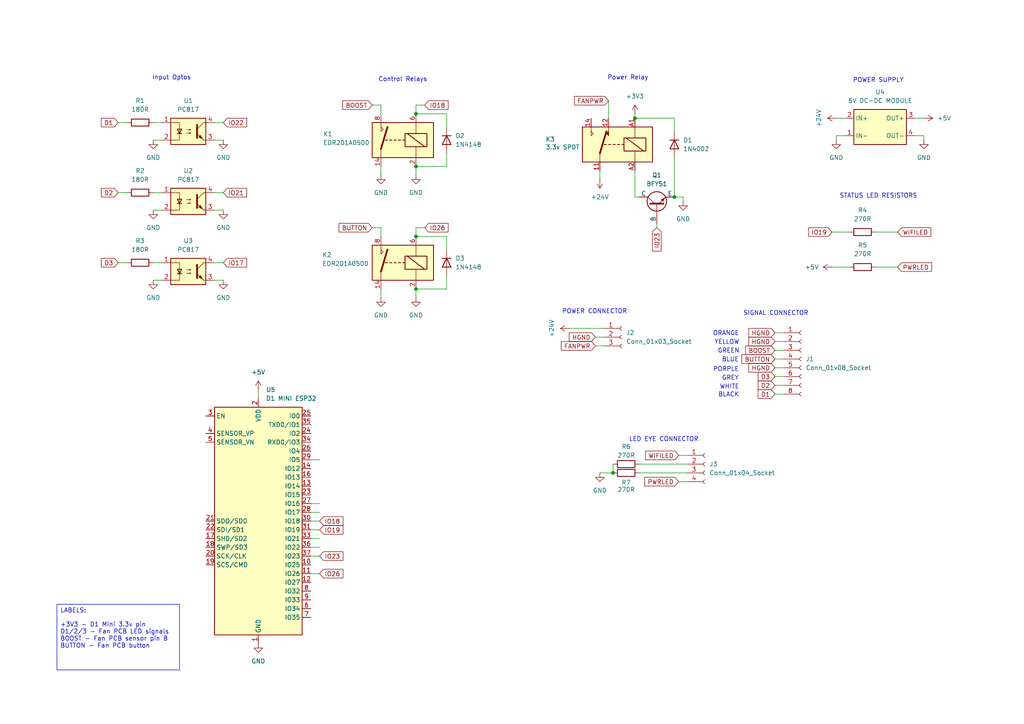
<source format=kicad_sch>
(kicad_sch
	(version 20231120)
	(generator "eeschema")
	(generator_version "8.0")
	(uuid "4aac32cd-a1ce-4fd2-9056-37e997a6a820")
	(paper "A4")
	(title_block
		(title "Add-on Board for Nuaire Drimaster")
		(date "2025-01-14")
		(rev "1.0")
		(comment 1 "https://nycto.io")
		(comment 2 "by nycto(manica) 2025")
	)
	(lib_symbols
		(symbol "Connector:Conn_01x03_Socket"
			(pin_names
				(offset 1.016) hide)
			(exclude_from_sim no)
			(in_bom yes)
			(on_board yes)
			(property "Reference" "J"
				(at 0 5.08 0)
				(effects
					(font
						(size 1.27 1.27)
					)
				)
			)
			(property "Value" "Conn_01x03_Socket"
				(at 0 -5.08 0)
				(effects
					(font
						(size 1.27 1.27)
					)
				)
			)
			(property "Footprint" ""
				(at 0 0 0)
				(effects
					(font
						(size 1.27 1.27)
					)
					(hide yes)
				)
			)
			(property "Datasheet" "~"
				(at 0 0 0)
				(effects
					(font
						(size 1.27 1.27)
					)
					(hide yes)
				)
			)
			(property "Description" "Generic connector, single row, 01x03, script generated"
				(at 0 0 0)
				(effects
					(font
						(size 1.27 1.27)
					)
					(hide yes)
				)
			)
			(property "ki_locked" ""
				(at 0 0 0)
				(effects
					(font
						(size 1.27 1.27)
					)
				)
			)
			(property "ki_keywords" "connector"
				(at 0 0 0)
				(effects
					(font
						(size 1.27 1.27)
					)
					(hide yes)
				)
			)
			(property "ki_fp_filters" "Connector*:*_1x??_*"
				(at 0 0 0)
				(effects
					(font
						(size 1.27 1.27)
					)
					(hide yes)
				)
			)
			(symbol "Conn_01x03_Socket_1_1"
				(arc
					(start 0 -2.032)
					(mid -0.5058 -2.54)
					(end 0 -3.048)
					(stroke
						(width 0.1524)
						(type default)
					)
					(fill
						(type none)
					)
				)
				(polyline
					(pts
						(xy -1.27 -2.54) (xy -0.508 -2.54)
					)
					(stroke
						(width 0.1524)
						(type default)
					)
					(fill
						(type none)
					)
				)
				(polyline
					(pts
						(xy -1.27 0) (xy -0.508 0)
					)
					(stroke
						(width 0.1524)
						(type default)
					)
					(fill
						(type none)
					)
				)
				(polyline
					(pts
						(xy -1.27 2.54) (xy -0.508 2.54)
					)
					(stroke
						(width 0.1524)
						(type default)
					)
					(fill
						(type none)
					)
				)
				(arc
					(start 0 0.508)
					(mid -0.5058 0)
					(end 0 -0.508)
					(stroke
						(width 0.1524)
						(type default)
					)
					(fill
						(type none)
					)
				)
				(arc
					(start 0 3.048)
					(mid -0.5058 2.54)
					(end 0 2.032)
					(stroke
						(width 0.1524)
						(type default)
					)
					(fill
						(type none)
					)
				)
				(pin passive line
					(at -5.08 2.54 0)
					(length 3.81)
					(name "Pin_1"
						(effects
							(font
								(size 1.27 1.27)
							)
						)
					)
					(number "1"
						(effects
							(font
								(size 1.27 1.27)
							)
						)
					)
				)
				(pin passive line
					(at -5.08 0 0)
					(length 3.81)
					(name "Pin_2"
						(effects
							(font
								(size 1.27 1.27)
							)
						)
					)
					(number "2"
						(effects
							(font
								(size 1.27 1.27)
							)
						)
					)
				)
				(pin passive line
					(at -5.08 -2.54 0)
					(length 3.81)
					(name "Pin_3"
						(effects
							(font
								(size 1.27 1.27)
							)
						)
					)
					(number "3"
						(effects
							(font
								(size 1.27 1.27)
							)
						)
					)
				)
			)
		)
		(symbol "Connector:Conn_01x04_Socket"
			(pin_names
				(offset 1.016) hide)
			(exclude_from_sim no)
			(in_bom yes)
			(on_board yes)
			(property "Reference" "J"
				(at 0 5.08 0)
				(effects
					(font
						(size 1.27 1.27)
					)
				)
			)
			(property "Value" "Conn_01x04_Socket"
				(at 0 -7.62 0)
				(effects
					(font
						(size 1.27 1.27)
					)
				)
			)
			(property "Footprint" ""
				(at 0 0 0)
				(effects
					(font
						(size 1.27 1.27)
					)
					(hide yes)
				)
			)
			(property "Datasheet" "~"
				(at 0 0 0)
				(effects
					(font
						(size 1.27 1.27)
					)
					(hide yes)
				)
			)
			(property "Description" "Generic connector, single row, 01x04, script generated"
				(at 0 0 0)
				(effects
					(font
						(size 1.27 1.27)
					)
					(hide yes)
				)
			)
			(property "ki_locked" ""
				(at 0 0 0)
				(effects
					(font
						(size 1.27 1.27)
					)
				)
			)
			(property "ki_keywords" "connector"
				(at 0 0 0)
				(effects
					(font
						(size 1.27 1.27)
					)
					(hide yes)
				)
			)
			(property "ki_fp_filters" "Connector*:*_1x??_*"
				(at 0 0 0)
				(effects
					(font
						(size 1.27 1.27)
					)
					(hide yes)
				)
			)
			(symbol "Conn_01x04_Socket_1_1"
				(arc
					(start 0 -4.572)
					(mid -0.5058 -5.08)
					(end 0 -5.588)
					(stroke
						(width 0.1524)
						(type default)
					)
					(fill
						(type none)
					)
				)
				(arc
					(start 0 -2.032)
					(mid -0.5058 -2.54)
					(end 0 -3.048)
					(stroke
						(width 0.1524)
						(type default)
					)
					(fill
						(type none)
					)
				)
				(polyline
					(pts
						(xy -1.27 -5.08) (xy -0.508 -5.08)
					)
					(stroke
						(width 0.1524)
						(type default)
					)
					(fill
						(type none)
					)
				)
				(polyline
					(pts
						(xy -1.27 -2.54) (xy -0.508 -2.54)
					)
					(stroke
						(width 0.1524)
						(type default)
					)
					(fill
						(type none)
					)
				)
				(polyline
					(pts
						(xy -1.27 0) (xy -0.508 0)
					)
					(stroke
						(width 0.1524)
						(type default)
					)
					(fill
						(type none)
					)
				)
				(polyline
					(pts
						(xy -1.27 2.54) (xy -0.508 2.54)
					)
					(stroke
						(width 0.1524)
						(type default)
					)
					(fill
						(type none)
					)
				)
				(arc
					(start 0 0.508)
					(mid -0.5058 0)
					(end 0 -0.508)
					(stroke
						(width 0.1524)
						(type default)
					)
					(fill
						(type none)
					)
				)
				(arc
					(start 0 3.048)
					(mid -0.5058 2.54)
					(end 0 2.032)
					(stroke
						(width 0.1524)
						(type default)
					)
					(fill
						(type none)
					)
				)
				(pin passive line
					(at -5.08 2.54 0)
					(length 3.81)
					(name "Pin_1"
						(effects
							(font
								(size 1.27 1.27)
							)
						)
					)
					(number "1"
						(effects
							(font
								(size 1.27 1.27)
							)
						)
					)
				)
				(pin passive line
					(at -5.08 0 0)
					(length 3.81)
					(name "Pin_2"
						(effects
							(font
								(size 1.27 1.27)
							)
						)
					)
					(number "2"
						(effects
							(font
								(size 1.27 1.27)
							)
						)
					)
				)
				(pin passive line
					(at -5.08 -2.54 0)
					(length 3.81)
					(name "Pin_3"
						(effects
							(font
								(size 1.27 1.27)
							)
						)
					)
					(number "3"
						(effects
							(font
								(size 1.27 1.27)
							)
						)
					)
				)
				(pin passive line
					(at -5.08 -5.08 0)
					(length 3.81)
					(name "Pin_4"
						(effects
							(font
								(size 1.27 1.27)
							)
						)
					)
					(number "4"
						(effects
							(font
								(size 1.27 1.27)
							)
						)
					)
				)
			)
		)
		(symbol "Connector:Conn_01x08_Socket"
			(pin_names
				(offset 1.016) hide)
			(exclude_from_sim no)
			(in_bom yes)
			(on_board yes)
			(property "Reference" "J"
				(at 0 10.16 0)
				(effects
					(font
						(size 1.27 1.27)
					)
				)
			)
			(property "Value" "Conn_01x08_Socket"
				(at 0 -12.7 0)
				(effects
					(font
						(size 1.27 1.27)
					)
				)
			)
			(property "Footprint" ""
				(at 0 0 0)
				(effects
					(font
						(size 1.27 1.27)
					)
					(hide yes)
				)
			)
			(property "Datasheet" "~"
				(at 0 0 0)
				(effects
					(font
						(size 1.27 1.27)
					)
					(hide yes)
				)
			)
			(property "Description" "Generic connector, single row, 01x08, script generated"
				(at 0 0 0)
				(effects
					(font
						(size 1.27 1.27)
					)
					(hide yes)
				)
			)
			(property "ki_locked" ""
				(at 0 0 0)
				(effects
					(font
						(size 1.27 1.27)
					)
				)
			)
			(property "ki_keywords" "connector"
				(at 0 0 0)
				(effects
					(font
						(size 1.27 1.27)
					)
					(hide yes)
				)
			)
			(property "ki_fp_filters" "Connector*:*_1x??_*"
				(at 0 0 0)
				(effects
					(font
						(size 1.27 1.27)
					)
					(hide yes)
				)
			)
			(symbol "Conn_01x08_Socket_1_1"
				(arc
					(start 0 -9.652)
					(mid -0.5058 -10.16)
					(end 0 -10.668)
					(stroke
						(width 0.1524)
						(type default)
					)
					(fill
						(type none)
					)
				)
				(arc
					(start 0 -7.112)
					(mid -0.5058 -7.62)
					(end 0 -8.128)
					(stroke
						(width 0.1524)
						(type default)
					)
					(fill
						(type none)
					)
				)
				(arc
					(start 0 -4.572)
					(mid -0.5058 -5.08)
					(end 0 -5.588)
					(stroke
						(width 0.1524)
						(type default)
					)
					(fill
						(type none)
					)
				)
				(arc
					(start 0 -2.032)
					(mid -0.5058 -2.54)
					(end 0 -3.048)
					(stroke
						(width 0.1524)
						(type default)
					)
					(fill
						(type none)
					)
				)
				(polyline
					(pts
						(xy -1.27 -10.16) (xy -0.508 -10.16)
					)
					(stroke
						(width 0.1524)
						(type default)
					)
					(fill
						(type none)
					)
				)
				(polyline
					(pts
						(xy -1.27 -7.62) (xy -0.508 -7.62)
					)
					(stroke
						(width 0.1524)
						(type default)
					)
					(fill
						(type none)
					)
				)
				(polyline
					(pts
						(xy -1.27 -5.08) (xy -0.508 -5.08)
					)
					(stroke
						(width 0.1524)
						(type default)
					)
					(fill
						(type none)
					)
				)
				(polyline
					(pts
						(xy -1.27 -2.54) (xy -0.508 -2.54)
					)
					(stroke
						(width 0.1524)
						(type default)
					)
					(fill
						(type none)
					)
				)
				(polyline
					(pts
						(xy -1.27 0) (xy -0.508 0)
					)
					(stroke
						(width 0.1524)
						(type default)
					)
					(fill
						(type none)
					)
				)
				(polyline
					(pts
						(xy -1.27 2.54) (xy -0.508 2.54)
					)
					(stroke
						(width 0.1524)
						(type default)
					)
					(fill
						(type none)
					)
				)
				(polyline
					(pts
						(xy -1.27 5.08) (xy -0.508 5.08)
					)
					(stroke
						(width 0.1524)
						(type default)
					)
					(fill
						(type none)
					)
				)
				(polyline
					(pts
						(xy -1.27 7.62) (xy -0.508 7.62)
					)
					(stroke
						(width 0.1524)
						(type default)
					)
					(fill
						(type none)
					)
				)
				(arc
					(start 0 0.508)
					(mid -0.5058 0)
					(end 0 -0.508)
					(stroke
						(width 0.1524)
						(type default)
					)
					(fill
						(type none)
					)
				)
				(arc
					(start 0 3.048)
					(mid -0.5058 2.54)
					(end 0 2.032)
					(stroke
						(width 0.1524)
						(type default)
					)
					(fill
						(type none)
					)
				)
				(arc
					(start 0 5.588)
					(mid -0.5058 5.08)
					(end 0 4.572)
					(stroke
						(width 0.1524)
						(type default)
					)
					(fill
						(type none)
					)
				)
				(arc
					(start 0 8.128)
					(mid -0.5058 7.62)
					(end 0 7.112)
					(stroke
						(width 0.1524)
						(type default)
					)
					(fill
						(type none)
					)
				)
				(pin passive line
					(at -5.08 7.62 0)
					(length 3.81)
					(name "Pin_1"
						(effects
							(font
								(size 1.27 1.27)
							)
						)
					)
					(number "1"
						(effects
							(font
								(size 1.27 1.27)
							)
						)
					)
				)
				(pin passive line
					(at -5.08 5.08 0)
					(length 3.81)
					(name "Pin_2"
						(effects
							(font
								(size 1.27 1.27)
							)
						)
					)
					(number "2"
						(effects
							(font
								(size 1.27 1.27)
							)
						)
					)
				)
				(pin passive line
					(at -5.08 2.54 0)
					(length 3.81)
					(name "Pin_3"
						(effects
							(font
								(size 1.27 1.27)
							)
						)
					)
					(number "3"
						(effects
							(font
								(size 1.27 1.27)
							)
						)
					)
				)
				(pin passive line
					(at -5.08 0 0)
					(length 3.81)
					(name "Pin_4"
						(effects
							(font
								(size 1.27 1.27)
							)
						)
					)
					(number "4"
						(effects
							(font
								(size 1.27 1.27)
							)
						)
					)
				)
				(pin passive line
					(at -5.08 -2.54 0)
					(length 3.81)
					(name "Pin_5"
						(effects
							(font
								(size 1.27 1.27)
							)
						)
					)
					(number "5"
						(effects
							(font
								(size 1.27 1.27)
							)
						)
					)
				)
				(pin passive line
					(at -5.08 -5.08 0)
					(length 3.81)
					(name "Pin_6"
						(effects
							(font
								(size 1.27 1.27)
							)
						)
					)
					(number "6"
						(effects
							(font
								(size 1.27 1.27)
							)
						)
					)
				)
				(pin passive line
					(at -5.08 -7.62 0)
					(length 3.81)
					(name "Pin_7"
						(effects
							(font
								(size 1.27 1.27)
							)
						)
					)
					(number "7"
						(effects
							(font
								(size 1.27 1.27)
							)
						)
					)
				)
				(pin passive line
					(at -5.08 -10.16 0)
					(length 3.81)
					(name "Pin_8"
						(effects
							(font
								(size 1.27 1.27)
							)
						)
					)
					(number "8"
						(effects
							(font
								(size 1.27 1.27)
							)
						)
					)
				)
			)
		)
		(symbol "Converter_DCDC:PTN78000W_EUS-5"
			(exclude_from_sim no)
			(in_bom yes)
			(on_board yes)
			(property "Reference" "U4"
				(at 0 10.16 0)
				(effects
					(font
						(size 1.27 1.27)
					)
				)
			)
			(property "Value" "PTN78000W_EUS-5"
				(at 0 7.62 0)
				(effects
					(font
						(size 1.27 1.27)
					)
				)
			)
			(property "Footprint" "Module:Texas_EUS_R-PDSS-T5_THT"
				(at -2.54 -10.16 0)
				(effects
					(font
						(size 1.27 1.27)
					)
					(hide yes)
				)
			)
			(property "Datasheet" "https://www.ti.com/lit/ds/symlink/ptn78000w.pdf"
				(at -0.635 1.27 0)
				(effects
					(font
						(size 1.27 1.27)
					)
					(hide yes)
				)
			)
			(property "Description" "1.5A non-isolated switching regulator power module, 7-36V input voltage, 2.5-12.6V output voltage, EUS-5"
				(at 0 0 0)
				(effects
					(font
						(size 1.27 1.27)
					)
					(hide yes)
				)
			)
			(property "ki_keywords" "texas dc-dc converter step down buck"
				(at 0 0 0)
				(effects
					(font
						(size 1.27 1.27)
					)
					(hide yes)
				)
			)
			(property "ki_fp_filters" "Texas*EUS*R?PDSS?T5*"
				(at 0 0 0)
				(effects
					(font
						(size 1.27 1.27)
					)
					(hide yes)
				)
			)
			(symbol "PTN78000W_EUS-5_0_1"
				(rectangle
					(start -7.62 5.08)
					(end 7.62 -5.08)
					(stroke
						(width 0.254)
						(type default)
					)
					(fill
						(type background)
					)
				)
			)
			(symbol "PTN78000W_EUS-5_1_1"
				(pin power_in line
					(at -10.16 -2.54 0)
					(length 2.54)
					(name "IN-"
						(effects
							(font
								(size 1.27 1.27)
							)
						)
					)
					(number "1"
						(effects
							(font
								(size 1.27 1.27)
							)
						)
					)
				)
				(pin power_in line
					(at -10.16 2.54 0)
					(length 2.54)
					(name "IN+"
						(effects
							(font
								(size 1.27 1.27)
							)
						)
					)
					(number "2"
						(effects
							(font
								(size 1.27 1.27)
							)
						)
					)
				)
				(pin power_out line
					(at 10.16 2.54 180)
					(length 2.54)
					(name "OUT+"
						(effects
							(font
								(size 1.27 1.27)
							)
						)
					)
					(number "3"
						(effects
							(font
								(size 1.27 1.27)
							)
						)
					)
				)
				(pin power_out line
					(at 10.16 -2.54 180)
					(length 2.54)
					(name "OUT-"
						(effects
							(font
								(size 1.27 1.27)
							)
						)
					)
					(number "4"
						(effects
							(font
								(size 1.27 1.27)
							)
						)
					)
				)
			)
		)
		(symbol "Device:D"
			(pin_numbers hide)
			(pin_names
				(offset 1.016) hide)
			(exclude_from_sim no)
			(in_bom yes)
			(on_board yes)
			(property "Reference" "D"
				(at 0 2.54 0)
				(effects
					(font
						(size 1.27 1.27)
					)
				)
			)
			(property "Value" "D"
				(at 0 -2.54 0)
				(effects
					(font
						(size 1.27 1.27)
					)
				)
			)
			(property "Footprint" ""
				(at 0 0 0)
				(effects
					(font
						(size 1.27 1.27)
					)
					(hide yes)
				)
			)
			(property "Datasheet" "~"
				(at 0 0 0)
				(effects
					(font
						(size 1.27 1.27)
					)
					(hide yes)
				)
			)
			(property "Description" "Diode"
				(at 0 0 0)
				(effects
					(font
						(size 1.27 1.27)
					)
					(hide yes)
				)
			)
			(property "Sim.Device" "D"
				(at 0 0 0)
				(effects
					(font
						(size 1.27 1.27)
					)
					(hide yes)
				)
			)
			(property "Sim.Pins" "1=K 2=A"
				(at 0 0 0)
				(effects
					(font
						(size 1.27 1.27)
					)
					(hide yes)
				)
			)
			(property "ki_keywords" "diode"
				(at 0 0 0)
				(effects
					(font
						(size 1.27 1.27)
					)
					(hide yes)
				)
			)
			(property "ki_fp_filters" "TO-???* *_Diode_* *SingleDiode* D_*"
				(at 0 0 0)
				(effects
					(font
						(size 1.27 1.27)
					)
					(hide yes)
				)
			)
			(symbol "D_0_1"
				(polyline
					(pts
						(xy -1.27 1.27) (xy -1.27 -1.27)
					)
					(stroke
						(width 0.254)
						(type default)
					)
					(fill
						(type none)
					)
				)
				(polyline
					(pts
						(xy 1.27 0) (xy -1.27 0)
					)
					(stroke
						(width 0)
						(type default)
					)
					(fill
						(type none)
					)
				)
				(polyline
					(pts
						(xy 1.27 1.27) (xy 1.27 -1.27) (xy -1.27 0) (xy 1.27 1.27)
					)
					(stroke
						(width 0.254)
						(type default)
					)
					(fill
						(type none)
					)
				)
			)
			(symbol "D_1_1"
				(pin passive line
					(at -3.81 0 0)
					(length 2.54)
					(name "K"
						(effects
							(font
								(size 1.27 1.27)
							)
						)
					)
					(number "1"
						(effects
							(font
								(size 1.27 1.27)
							)
						)
					)
				)
				(pin passive line
					(at 3.81 0 180)
					(length 2.54)
					(name "A"
						(effects
							(font
								(size 1.27 1.27)
							)
						)
					)
					(number "2"
						(effects
							(font
								(size 1.27 1.27)
							)
						)
					)
				)
			)
		)
		(symbol "Device:R"
			(pin_numbers hide)
			(pin_names
				(offset 0)
			)
			(exclude_from_sim no)
			(in_bom yes)
			(on_board yes)
			(property "Reference" "R"
				(at 2.032 0 90)
				(effects
					(font
						(size 1.27 1.27)
					)
				)
			)
			(property "Value" "R"
				(at 0 0 90)
				(effects
					(font
						(size 1.27 1.27)
					)
				)
			)
			(property "Footprint" ""
				(at -1.778 0 90)
				(effects
					(font
						(size 1.27 1.27)
					)
					(hide yes)
				)
			)
			(property "Datasheet" "~"
				(at 0 0 0)
				(effects
					(font
						(size 1.27 1.27)
					)
					(hide yes)
				)
			)
			(property "Description" "Resistor"
				(at 0 0 0)
				(effects
					(font
						(size 1.27 1.27)
					)
					(hide yes)
				)
			)
			(property "ki_keywords" "R res resistor"
				(at 0 0 0)
				(effects
					(font
						(size 1.27 1.27)
					)
					(hide yes)
				)
			)
			(property "ki_fp_filters" "R_*"
				(at 0 0 0)
				(effects
					(font
						(size 1.27 1.27)
					)
					(hide yes)
				)
			)
			(symbol "R_0_1"
				(rectangle
					(start -1.016 -2.54)
					(end 1.016 2.54)
					(stroke
						(width 0.254)
						(type default)
					)
					(fill
						(type none)
					)
				)
			)
			(symbol "R_1_1"
				(pin passive line
					(at 0 3.81 270)
					(length 1.27)
					(name "~"
						(effects
							(font
								(size 1.27 1.27)
							)
						)
					)
					(number "1"
						(effects
							(font
								(size 1.27 1.27)
							)
						)
					)
				)
				(pin passive line
					(at 0 -3.81 90)
					(length 1.27)
					(name "~"
						(effects
							(font
								(size 1.27 1.27)
							)
						)
					)
					(number "2"
						(effects
							(font
								(size 1.27 1.27)
							)
						)
					)
				)
			)
		)
		(symbol "Isolator:PC817"
			(pin_names
				(offset 1.016)
			)
			(exclude_from_sim no)
			(in_bom yes)
			(on_board yes)
			(property "Reference" "U"
				(at -5.08 5.08 0)
				(effects
					(font
						(size 1.27 1.27)
					)
					(justify left)
				)
			)
			(property "Value" "PC817"
				(at 0 5.08 0)
				(effects
					(font
						(size 1.27 1.27)
					)
					(justify left)
				)
			)
			(property "Footprint" "Package_DIP:DIP-4_W7.62mm"
				(at -5.08 -5.08 0)
				(effects
					(font
						(size 1.27 1.27)
						(italic yes)
					)
					(justify left)
					(hide yes)
				)
			)
			(property "Datasheet" "http://www.soselectronic.cz/a_info/resource/d/pc817.pdf"
				(at 0 0 0)
				(effects
					(font
						(size 1.27 1.27)
					)
					(justify left)
					(hide yes)
				)
			)
			(property "Description" "DC Optocoupler, Vce 35V, CTR 50-300%, DIP-4"
				(at 0 0 0)
				(effects
					(font
						(size 1.27 1.27)
					)
					(hide yes)
				)
			)
			(property "ki_keywords" "NPN DC Optocoupler"
				(at 0 0 0)
				(effects
					(font
						(size 1.27 1.27)
					)
					(hide yes)
				)
			)
			(property "ki_fp_filters" "DIP*W7.62mm*"
				(at 0 0 0)
				(effects
					(font
						(size 1.27 1.27)
					)
					(hide yes)
				)
			)
			(symbol "PC817_0_1"
				(rectangle
					(start -5.08 3.81)
					(end 5.08 -3.81)
					(stroke
						(width 0.254)
						(type default)
					)
					(fill
						(type background)
					)
				)
				(polyline
					(pts
						(xy -3.175 -0.635) (xy -1.905 -0.635)
					)
					(stroke
						(width 0.254)
						(type default)
					)
					(fill
						(type none)
					)
				)
				(polyline
					(pts
						(xy 2.54 0.635) (xy 4.445 2.54)
					)
					(stroke
						(width 0)
						(type default)
					)
					(fill
						(type none)
					)
				)
				(polyline
					(pts
						(xy 4.445 -2.54) (xy 2.54 -0.635)
					)
					(stroke
						(width 0)
						(type default)
					)
					(fill
						(type outline)
					)
				)
				(polyline
					(pts
						(xy 4.445 -2.54) (xy 5.08 -2.54)
					)
					(stroke
						(width 0)
						(type default)
					)
					(fill
						(type none)
					)
				)
				(polyline
					(pts
						(xy 4.445 2.54) (xy 5.08 2.54)
					)
					(stroke
						(width 0)
						(type default)
					)
					(fill
						(type none)
					)
				)
				(polyline
					(pts
						(xy -5.08 2.54) (xy -2.54 2.54) (xy -2.54 -0.635)
					)
					(stroke
						(width 0)
						(type default)
					)
					(fill
						(type none)
					)
				)
				(polyline
					(pts
						(xy -2.54 -0.635) (xy -2.54 -2.54) (xy -5.08 -2.54)
					)
					(stroke
						(width 0)
						(type default)
					)
					(fill
						(type none)
					)
				)
				(polyline
					(pts
						(xy 2.54 1.905) (xy 2.54 -1.905) (xy 2.54 -1.905)
					)
					(stroke
						(width 0.508)
						(type default)
					)
					(fill
						(type none)
					)
				)
				(polyline
					(pts
						(xy -2.54 -0.635) (xy -3.175 0.635) (xy -1.905 0.635) (xy -2.54 -0.635)
					)
					(stroke
						(width 0.254)
						(type default)
					)
					(fill
						(type none)
					)
				)
				(polyline
					(pts
						(xy -0.508 -0.508) (xy 0.762 -0.508) (xy 0.381 -0.635) (xy 0.381 -0.381) (xy 0.762 -0.508)
					)
					(stroke
						(width 0)
						(type default)
					)
					(fill
						(type none)
					)
				)
				(polyline
					(pts
						(xy -0.508 0.508) (xy 0.762 0.508) (xy 0.381 0.381) (xy 0.381 0.635) (xy 0.762 0.508)
					)
					(stroke
						(width 0)
						(type default)
					)
					(fill
						(type none)
					)
				)
				(polyline
					(pts
						(xy 3.048 -1.651) (xy 3.556 -1.143) (xy 4.064 -2.159) (xy 3.048 -1.651) (xy 3.048 -1.651)
					)
					(stroke
						(width 0)
						(type default)
					)
					(fill
						(type outline)
					)
				)
			)
			(symbol "PC817_1_1"
				(pin passive line
					(at -7.62 2.54 0)
					(length 2.54)
					(name "~"
						(effects
							(font
								(size 1.27 1.27)
							)
						)
					)
					(number "1"
						(effects
							(font
								(size 1.27 1.27)
							)
						)
					)
				)
				(pin passive line
					(at -7.62 -2.54 0)
					(length 2.54)
					(name "~"
						(effects
							(font
								(size 1.27 1.27)
							)
						)
					)
					(number "2"
						(effects
							(font
								(size 1.27 1.27)
							)
						)
					)
				)
				(pin passive line
					(at 7.62 -2.54 180)
					(length 2.54)
					(name "~"
						(effects
							(font
								(size 1.27 1.27)
							)
						)
					)
					(number "3"
						(effects
							(font
								(size 1.27 1.27)
							)
						)
					)
				)
				(pin passive line
					(at 7.62 2.54 180)
					(length 2.54)
					(name "~"
						(effects
							(font
								(size 1.27 1.27)
							)
						)
					)
					(number "4"
						(effects
							(font
								(size 1.27 1.27)
							)
						)
					)
				)
			)
		)
		(symbol "RF_Module:ESP32-WROOM-32D"
			(exclude_from_sim no)
			(in_bom yes)
			(on_board yes)
			(property "Reference" "U"
				(at -12.7 34.29 0)
				(effects
					(font
						(size 1.27 1.27)
					)
					(justify left)
				)
			)
			(property "Value" "ESP32-WROOM-32D"
				(at 1.27 34.29 0)
				(effects
					(font
						(size 1.27 1.27)
					)
					(justify left)
				)
			)
			(property "Footprint" "RF_Module:ESP32-WROOM-32D"
				(at 16.51 -34.29 0)
				(effects
					(font
						(size 1.27 1.27)
					)
					(hide yes)
				)
			)
			(property "Datasheet" "https://www.espressif.com/sites/default/files/documentation/esp32-wroom-32d_esp32-wroom-32u_datasheet_en.pdf"
				(at -7.62 1.27 0)
				(effects
					(font
						(size 1.27 1.27)
					)
					(hide yes)
				)
			)
			(property "Description" "RF Module, ESP32-D0WD SoC, Wi-Fi 802.11b/g/n, Bluetooth, BLE, 32-bit, 2.7-3.6V, onboard antenna, SMD"
				(at 0 0 0)
				(effects
					(font
						(size 1.27 1.27)
					)
					(hide yes)
				)
			)
			(property "ki_keywords" "RF Radio BT ESP ESP32 Espressif onboard PCB antenna"
				(at 0 0 0)
				(effects
					(font
						(size 1.27 1.27)
					)
					(hide yes)
				)
			)
			(property "ki_fp_filters" "ESP32?WROOM?32D*"
				(at 0 0 0)
				(effects
					(font
						(size 1.27 1.27)
					)
					(hide yes)
				)
			)
			(symbol "ESP32-WROOM-32D_0_1"
				(rectangle
					(start -12.7 33.02)
					(end 12.7 -33.02)
					(stroke
						(width 0.254)
						(type default)
					)
					(fill
						(type background)
					)
				)
			)
			(symbol "ESP32-WROOM-32D_1_1"
				(pin power_in line
					(at 0 -35.56 90)
					(length 2.54)
					(name "GND"
						(effects
							(font
								(size 1.27 1.27)
							)
						)
					)
					(number "1"
						(effects
							(font
								(size 1.27 1.27)
							)
						)
					)
				)
				(pin bidirectional line
					(at 15.24 -12.7 180)
					(length 2.54)
					(name "IO25"
						(effects
							(font
								(size 1.27 1.27)
							)
						)
					)
					(number "10"
						(effects
							(font
								(size 1.27 1.27)
							)
						)
					)
				)
				(pin bidirectional line
					(at 15.24 -15.24 180)
					(length 2.54)
					(name "IO26"
						(effects
							(font
								(size 1.27 1.27)
							)
						)
					)
					(number "11"
						(effects
							(font
								(size 1.27 1.27)
							)
						)
					)
				)
				(pin bidirectional line
					(at 15.24 -17.78 180)
					(length 2.54)
					(name "IO27"
						(effects
							(font
								(size 1.27 1.27)
							)
						)
					)
					(number "12"
						(effects
							(font
								(size 1.27 1.27)
							)
						)
					)
				)
				(pin bidirectional line
					(at 15.24 10.16 180)
					(length 2.54)
					(name "IO14"
						(effects
							(font
								(size 1.27 1.27)
							)
						)
					)
					(number "13"
						(effects
							(font
								(size 1.27 1.27)
							)
						)
					)
				)
				(pin bidirectional line
					(at 15.24 15.24 180)
					(length 2.54)
					(name "IO12"
						(effects
							(font
								(size 1.27 1.27)
							)
						)
					)
					(number "14"
						(effects
							(font
								(size 1.27 1.27)
							)
						)
					)
				)
				(pin passive line
					(at 0 -35.56 90)
					(length 2.54) hide
					(name "GND"
						(effects
							(font
								(size 1.27 1.27)
							)
						)
					)
					(number "15"
						(effects
							(font
								(size 1.27 1.27)
							)
						)
					)
				)
				(pin bidirectional line
					(at 15.24 12.7 180)
					(length 2.54)
					(name "IO13"
						(effects
							(font
								(size 1.27 1.27)
							)
						)
					)
					(number "16"
						(effects
							(font
								(size 1.27 1.27)
							)
						)
					)
				)
				(pin bidirectional line
					(at -15.24 -5.08 0)
					(length 2.54)
					(name "SHD/SD2"
						(effects
							(font
								(size 1.27 1.27)
							)
						)
					)
					(number "17"
						(effects
							(font
								(size 1.27 1.27)
							)
						)
					)
				)
				(pin bidirectional line
					(at -15.24 -7.62 0)
					(length 2.54)
					(name "SWP/SD3"
						(effects
							(font
								(size 1.27 1.27)
							)
						)
					)
					(number "18"
						(effects
							(font
								(size 1.27 1.27)
							)
						)
					)
				)
				(pin bidirectional line
					(at -15.24 -12.7 0)
					(length 2.54)
					(name "SCS/CMD"
						(effects
							(font
								(size 1.27 1.27)
							)
						)
					)
					(number "19"
						(effects
							(font
								(size 1.27 1.27)
							)
						)
					)
				)
				(pin power_in line
					(at 0 35.56 270)
					(length 2.54)
					(name "VDD"
						(effects
							(font
								(size 1.27 1.27)
							)
						)
					)
					(number "2"
						(effects
							(font
								(size 1.27 1.27)
							)
						)
					)
				)
				(pin bidirectional line
					(at -15.24 -10.16 0)
					(length 2.54)
					(name "SCK/CLK"
						(effects
							(font
								(size 1.27 1.27)
							)
						)
					)
					(number "20"
						(effects
							(font
								(size 1.27 1.27)
							)
						)
					)
				)
				(pin bidirectional line
					(at -15.24 0 0)
					(length 2.54)
					(name "SDO/SD0"
						(effects
							(font
								(size 1.27 1.27)
							)
						)
					)
					(number "21"
						(effects
							(font
								(size 1.27 1.27)
							)
						)
					)
				)
				(pin bidirectional line
					(at -15.24 -2.54 0)
					(length 2.54)
					(name "SDI/SD1"
						(effects
							(font
								(size 1.27 1.27)
							)
						)
					)
					(number "22"
						(effects
							(font
								(size 1.27 1.27)
							)
						)
					)
				)
				(pin bidirectional line
					(at 15.24 7.62 180)
					(length 2.54)
					(name "IO15"
						(effects
							(font
								(size 1.27 1.27)
							)
						)
					)
					(number "23"
						(effects
							(font
								(size 1.27 1.27)
							)
						)
					)
				)
				(pin bidirectional line
					(at 15.24 25.4 180)
					(length 2.54)
					(name "IO2"
						(effects
							(font
								(size 1.27 1.27)
							)
						)
					)
					(number "24"
						(effects
							(font
								(size 1.27 1.27)
							)
						)
					)
				)
				(pin bidirectional line
					(at 15.24 30.48 180)
					(length 2.54)
					(name "IO0"
						(effects
							(font
								(size 1.27 1.27)
							)
						)
					)
					(number "25"
						(effects
							(font
								(size 1.27 1.27)
							)
						)
					)
				)
				(pin bidirectional line
					(at 15.24 20.32 180)
					(length 2.54)
					(name "IO4"
						(effects
							(font
								(size 1.27 1.27)
							)
						)
					)
					(number "26"
						(effects
							(font
								(size 1.27 1.27)
							)
						)
					)
				)
				(pin bidirectional line
					(at 15.24 5.08 180)
					(length 2.54)
					(name "IO16"
						(effects
							(font
								(size 1.27 1.27)
							)
						)
					)
					(number "27"
						(effects
							(font
								(size 1.27 1.27)
							)
						)
					)
				)
				(pin bidirectional line
					(at 15.24 2.54 180)
					(length 2.54)
					(name "IO17"
						(effects
							(font
								(size 1.27 1.27)
							)
						)
					)
					(number "28"
						(effects
							(font
								(size 1.27 1.27)
							)
						)
					)
				)
				(pin bidirectional line
					(at 15.24 17.78 180)
					(length 2.54)
					(name "IO5"
						(effects
							(font
								(size 1.27 1.27)
							)
						)
					)
					(number "29"
						(effects
							(font
								(size 1.27 1.27)
							)
						)
					)
				)
				(pin input line
					(at -15.24 30.48 0)
					(length 2.54)
					(name "EN"
						(effects
							(font
								(size 1.27 1.27)
							)
						)
					)
					(number "3"
						(effects
							(font
								(size 1.27 1.27)
							)
						)
					)
				)
				(pin bidirectional line
					(at 15.24 0 180)
					(length 2.54)
					(name "IO18"
						(effects
							(font
								(size 1.27 1.27)
							)
						)
					)
					(number "30"
						(effects
							(font
								(size 1.27 1.27)
							)
						)
					)
				)
				(pin bidirectional line
					(at 15.24 -2.54 180)
					(length 2.54)
					(name "IO19"
						(effects
							(font
								(size 1.27 1.27)
							)
						)
					)
					(number "31"
						(effects
							(font
								(size 1.27 1.27)
							)
						)
					)
				)
				(pin no_connect line
					(at -12.7 -27.94 0)
					(length 2.54) hide
					(name "NC"
						(effects
							(font
								(size 1.27 1.27)
							)
						)
					)
					(number "32"
						(effects
							(font
								(size 1.27 1.27)
							)
						)
					)
				)
				(pin bidirectional line
					(at 15.24 -5.08 180)
					(length 2.54)
					(name "IO21"
						(effects
							(font
								(size 1.27 1.27)
							)
						)
					)
					(number "33"
						(effects
							(font
								(size 1.27 1.27)
							)
						)
					)
				)
				(pin bidirectional line
					(at 15.24 22.86 180)
					(length 2.54)
					(name "RXD0/IO3"
						(effects
							(font
								(size 1.27 1.27)
							)
						)
					)
					(number "34"
						(effects
							(font
								(size 1.27 1.27)
							)
						)
					)
				)
				(pin bidirectional line
					(at 15.24 27.94 180)
					(length 2.54)
					(name "TXD0/IO1"
						(effects
							(font
								(size 1.27 1.27)
							)
						)
					)
					(number "35"
						(effects
							(font
								(size 1.27 1.27)
							)
						)
					)
				)
				(pin bidirectional line
					(at 15.24 -7.62 180)
					(length 2.54)
					(name "IO22"
						(effects
							(font
								(size 1.27 1.27)
							)
						)
					)
					(number "36"
						(effects
							(font
								(size 1.27 1.27)
							)
						)
					)
				)
				(pin bidirectional line
					(at 15.24 -10.16 180)
					(length 2.54)
					(name "IO23"
						(effects
							(font
								(size 1.27 1.27)
							)
						)
					)
					(number "37"
						(effects
							(font
								(size 1.27 1.27)
							)
						)
					)
				)
				(pin passive line
					(at 0 -35.56 90)
					(length 2.54) hide
					(name "GND"
						(effects
							(font
								(size 1.27 1.27)
							)
						)
					)
					(number "38"
						(effects
							(font
								(size 1.27 1.27)
							)
						)
					)
				)
				(pin passive line
					(at 0 -35.56 90)
					(length 2.54) hide
					(name "GND"
						(effects
							(font
								(size 1.27 1.27)
							)
						)
					)
					(number "39"
						(effects
							(font
								(size 1.27 1.27)
							)
						)
					)
				)
				(pin input line
					(at -15.24 25.4 0)
					(length 2.54)
					(name "SENSOR_VP"
						(effects
							(font
								(size 1.27 1.27)
							)
						)
					)
					(number "4"
						(effects
							(font
								(size 1.27 1.27)
							)
						)
					)
				)
				(pin input line
					(at -15.24 22.86 0)
					(length 2.54)
					(name "SENSOR_VN"
						(effects
							(font
								(size 1.27 1.27)
							)
						)
					)
					(number "5"
						(effects
							(font
								(size 1.27 1.27)
							)
						)
					)
				)
				(pin input line
					(at 15.24 -25.4 180)
					(length 2.54)
					(name "IO34"
						(effects
							(font
								(size 1.27 1.27)
							)
						)
					)
					(number "6"
						(effects
							(font
								(size 1.27 1.27)
							)
						)
					)
				)
				(pin input line
					(at 15.24 -27.94 180)
					(length 2.54)
					(name "IO35"
						(effects
							(font
								(size 1.27 1.27)
							)
						)
					)
					(number "7"
						(effects
							(font
								(size 1.27 1.27)
							)
						)
					)
				)
				(pin bidirectional line
					(at 15.24 -20.32 180)
					(length 2.54)
					(name "IO32"
						(effects
							(font
								(size 1.27 1.27)
							)
						)
					)
					(number "8"
						(effects
							(font
								(size 1.27 1.27)
							)
						)
					)
				)
				(pin bidirectional line
					(at 15.24 -22.86 180)
					(length 2.54)
					(name "IO33"
						(effects
							(font
								(size 1.27 1.27)
							)
						)
					)
					(number "9"
						(effects
							(font
								(size 1.27 1.27)
							)
						)
					)
				)
			)
		)
		(symbol "Relay:DIPxx-1Axx-13x"
			(exclude_from_sim no)
			(in_bom yes)
			(on_board yes)
			(property "Reference" "K"
				(at 8.89 3.81 0)
				(effects
					(font
						(size 1.27 1.27)
					)
					(justify left)
				)
			)
			(property "Value" "DIPxx-1Axx-13x"
				(at 8.89 1.27 0)
				(effects
					(font
						(size 1.27 1.27)
					)
					(justify left)
				)
			)
			(property "Footprint" "Relay_THT:Relay_StandexMeder_DIP_LowProfile"
				(at 8.89 -1.27 0)
				(effects
					(font
						(size 1.27 1.27)
					)
					(justify left)
					(hide yes)
				)
			)
			(property "Datasheet" "https://standexelectronics.com/wp-content/uploads/datasheet_reed_relay_DIP.pdf"
				(at 0 0 0)
				(effects
					(font
						(size 1.27 1.27)
					)
					(hide yes)
				)
			)
			(property "Description" "Standex Meder DIP reed relay, SPST, Closing Contact"
				(at 0 0 0)
				(effects
					(font
						(size 1.27 1.27)
					)
					(hide yes)
				)
			)
			(property "ki_keywords" "Single Pole Reed Relay SPST"
				(at 0 0 0)
				(effects
					(font
						(size 1.27 1.27)
					)
					(hide yes)
				)
			)
			(property "ki_fp_filters" "Relay*StandexMeder*DIP*LowProfile*"
				(at 0 0 0)
				(effects
					(font
						(size 1.27 1.27)
					)
					(hide yes)
				)
			)
			(symbol "DIPxx-1Axx-13x_0_0"
				(polyline
					(pts
						(xy 5.08 5.08) (xy 5.08 2.54) (xy 4.445 3.175) (xy 5.08 3.81)
					)
					(stroke
						(width 0)
						(type default)
					)
					(fill
						(type none)
					)
				)
			)
			(symbol "DIPxx-1Axx-13x_0_1"
				(rectangle
					(start -10.16 5.08)
					(end 7.62 -5.08)
					(stroke
						(width 0.254)
						(type default)
					)
					(fill
						(type background)
					)
				)
				(rectangle
					(start -8.255 1.905)
					(end -1.905 -1.905)
					(stroke
						(width 0.254)
						(type default)
					)
					(fill
						(type none)
					)
				)
				(polyline
					(pts
						(xy -7.62 -1.905) (xy -2.54 1.905)
					)
					(stroke
						(width 0.254)
						(type default)
					)
					(fill
						(type none)
					)
				)
				(polyline
					(pts
						(xy -5.08 -5.08) (xy -5.08 -1.905)
					)
					(stroke
						(width 0)
						(type default)
					)
					(fill
						(type none)
					)
				)
				(polyline
					(pts
						(xy -5.08 5.08) (xy -5.08 1.905)
					)
					(stroke
						(width 0)
						(type default)
					)
					(fill
						(type none)
					)
				)
				(polyline
					(pts
						(xy -1.905 0) (xy -1.27 0)
					)
					(stroke
						(width 0.254)
						(type default)
					)
					(fill
						(type none)
					)
				)
				(polyline
					(pts
						(xy -0.635 0) (xy 0 0)
					)
					(stroke
						(width 0.254)
						(type default)
					)
					(fill
						(type none)
					)
				)
				(polyline
					(pts
						(xy 0.635 0) (xy 1.27 0)
					)
					(stroke
						(width 0.254)
						(type default)
					)
					(fill
						(type none)
					)
				)
				(polyline
					(pts
						(xy 1.905 0) (xy 2.54 0)
					)
					(stroke
						(width 0.254)
						(type default)
					)
					(fill
						(type none)
					)
				)
				(polyline
					(pts
						(xy 3.175 0) (xy 3.81 0)
					)
					(stroke
						(width 0.254)
						(type default)
					)
					(fill
						(type none)
					)
				)
				(polyline
					(pts
						(xy 5.08 -2.54) (xy 3.175 3.81)
					)
					(stroke
						(width 0.508)
						(type default)
					)
					(fill
						(type none)
					)
				)
				(polyline
					(pts
						(xy 5.08 -2.54) (xy 5.08 -5.08)
					)
					(stroke
						(width 0)
						(type default)
					)
					(fill
						(type none)
					)
				)
			)
			(symbol "DIPxx-1Axx-13x_1_1"
				(pin passive line
					(at 5.08 -7.62 90)
					(length 2.54)
					(name "~"
						(effects
							(font
								(size 1.27 1.27)
							)
						)
					)
					(number "14"
						(effects
							(font
								(size 1.27 1.27)
							)
						)
					)
				)
				(pin passive line
					(at -5.08 -7.62 90)
					(length 2.54)
					(name "~"
						(effects
							(font
								(size 1.27 1.27)
							)
						)
					)
					(number "2"
						(effects
							(font
								(size 1.27 1.27)
							)
						)
					)
				)
				(pin passive line
					(at -5.08 7.62 270)
					(length 2.54)
					(name "~"
						(effects
							(font
								(size 1.27 1.27)
							)
						)
					)
					(number "6"
						(effects
							(font
								(size 1.27 1.27)
							)
						)
					)
				)
				(pin passive line
					(at 5.08 7.62 270)
					(length 2.54)
					(name "~"
						(effects
							(font
								(size 1.27 1.27)
							)
						)
					)
					(number "8"
						(effects
							(font
								(size 1.27 1.27)
							)
						)
					)
				)
			)
		)
		(symbol "Relay:G2RL-1"
			(exclude_from_sim no)
			(in_bom yes)
			(on_board yes)
			(property "Reference" "K"
				(at 11.43 3.81 0)
				(effects
					(font
						(size 1.27 1.27)
					)
					(justify left)
				)
			)
			(property "Value" "G2RL-1"
				(at 11.43 1.27 0)
				(effects
					(font
						(size 1.27 1.27)
					)
					(justify left)
				)
			)
			(property "Footprint" "Relay_THT:Relay_SPDT_Omron_G2RL-1"
				(at 11.43 -1.27 0)
				(effects
					(font
						(size 1.27 1.27)
					)
					(justify left)
					(hide yes)
				)
			)
			(property "Datasheet" "https://omronfs.omron.com/en_US/ecb/products/pdf/en-g2rl.pdf"
				(at 0 0 0)
				(effects
					(font
						(size 1.27 1.27)
					)
					(hide yes)
				)
			)
			(property "Description" "General Purpose Low Profile Relay SPDT Through Hole, Omron G2RL series, 12A 250VAC"
				(at 0 0 0)
				(effects
					(font
						(size 1.27 1.27)
					)
					(hide yes)
				)
			)
			(property "ki_keywords" "Single Pole Relay SPDT Omron"
				(at 0 0 0)
				(effects
					(font
						(size 1.27 1.27)
					)
					(hide yes)
				)
			)
			(property "ki_fp_filters" "Relay?SPDT?Omron?G2RL*"
				(at 0 0 0)
				(effects
					(font
						(size 1.27 1.27)
					)
					(hide yes)
				)
			)
			(symbol "G2RL-1_0_0"
				(polyline
					(pts
						(xy 7.62 5.08) (xy 7.62 2.54) (xy 6.985 3.175) (xy 7.62 3.81)
					)
					(stroke
						(width 0)
						(type default)
					)
					(fill
						(type none)
					)
				)
			)
			(symbol "G2RL-1_0_1"
				(rectangle
					(start -10.16 5.08)
					(end 10.16 -5.08)
					(stroke
						(width 0.254)
						(type default)
					)
					(fill
						(type background)
					)
				)
				(rectangle
					(start -8.255 1.905)
					(end -1.905 -1.905)
					(stroke
						(width 0.254)
						(type default)
					)
					(fill
						(type none)
					)
				)
				(polyline
					(pts
						(xy -7.62 -1.905) (xy -2.54 1.905)
					)
					(stroke
						(width 0.254)
						(type default)
					)
					(fill
						(type none)
					)
				)
				(polyline
					(pts
						(xy -5.08 -5.08) (xy -5.08 -1.905)
					)
					(stroke
						(width 0)
						(type default)
					)
					(fill
						(type none)
					)
				)
				(polyline
					(pts
						(xy -5.08 5.08) (xy -5.08 1.905)
					)
					(stroke
						(width 0)
						(type default)
					)
					(fill
						(type none)
					)
				)
				(polyline
					(pts
						(xy -1.905 0) (xy -1.27 0)
					)
					(stroke
						(width 0.254)
						(type default)
					)
					(fill
						(type none)
					)
				)
				(polyline
					(pts
						(xy -0.635 0) (xy 0 0)
					)
					(stroke
						(width 0.254)
						(type default)
					)
					(fill
						(type none)
					)
				)
				(polyline
					(pts
						(xy 0.635 0) (xy 1.27 0)
					)
					(stroke
						(width 0.254)
						(type default)
					)
					(fill
						(type none)
					)
				)
				(polyline
					(pts
						(xy 1.905 0) (xy 2.54 0)
					)
					(stroke
						(width 0.254)
						(type default)
					)
					(fill
						(type none)
					)
				)
				(polyline
					(pts
						(xy 3.175 0) (xy 3.81 0)
					)
					(stroke
						(width 0.254)
						(type default)
					)
					(fill
						(type none)
					)
				)
				(polyline
					(pts
						(xy 5.08 -2.54) (xy 3.175 3.81)
					)
					(stroke
						(width 0.508)
						(type default)
					)
					(fill
						(type none)
					)
				)
				(polyline
					(pts
						(xy 5.08 -2.54) (xy 5.08 -5.08)
					)
					(stroke
						(width 0)
						(type default)
					)
					(fill
						(type none)
					)
				)
				(polyline
					(pts
						(xy 2.54 5.08) (xy 2.54 2.54) (xy 3.175 3.175) (xy 2.54 3.81)
					)
					(stroke
						(width 0)
						(type default)
					)
					(fill
						(type outline)
					)
				)
			)
			(symbol "G2RL-1_1_1"
				(pin passive line
					(at 5.08 -7.62 90)
					(length 2.54)
					(name "~"
						(effects
							(font
								(size 1.27 1.27)
							)
						)
					)
					(number "11"
						(effects
							(font
								(size 1.27 1.27)
							)
						)
					)
				)
				(pin passive line
					(at 2.54 7.62 270)
					(length 2.54)
					(name "~"
						(effects
							(font
								(size 1.27 1.27)
							)
						)
					)
					(number "12"
						(effects
							(font
								(size 1.27 1.27)
							)
						)
					)
				)
				(pin passive line
					(at 7.62 7.62 270)
					(length 2.54)
					(name "~"
						(effects
							(font
								(size 1.27 1.27)
							)
						)
					)
					(number "14"
						(effects
							(font
								(size 1.27 1.27)
							)
						)
					)
				)
				(pin passive line
					(at -5.08 7.62 270)
					(length 2.54)
					(name "~"
						(effects
							(font
								(size 1.27 1.27)
							)
						)
					)
					(number "A1"
						(effects
							(font
								(size 1.27 1.27)
							)
						)
					)
				)
				(pin passive line
					(at -5.08 -7.62 90)
					(length 2.54)
					(name "~"
						(effects
							(font
								(size 1.27 1.27)
							)
						)
					)
					(number "A2"
						(effects
							(font
								(size 1.27 1.27)
							)
						)
					)
				)
			)
		)
		(symbol "Simulation_SPICE:NPN"
			(pin_numbers hide)
			(pin_names
				(offset 0)
			)
			(exclude_from_sim no)
			(in_bom yes)
			(on_board yes)
			(property "Reference" "Q"
				(at -2.54 7.62 0)
				(effects
					(font
						(size 1.27 1.27)
					)
				)
			)
			(property "Value" "NPN"
				(at -2.54 5.08 0)
				(effects
					(font
						(size 1.27 1.27)
					)
				)
			)
			(property "Footprint" ""
				(at 63.5 0 0)
				(effects
					(font
						(size 1.27 1.27)
					)
					(hide yes)
				)
			)
			(property "Datasheet" "https://ngspice.sourceforge.io/docs/ngspice-html-manual/manual.xhtml#cha_BJTs"
				(at 63.5 0 0)
				(effects
					(font
						(size 1.27 1.27)
					)
					(hide yes)
				)
			)
			(property "Description" "Bipolar transistor symbol for simulation only, substrate tied to the emitter"
				(at 0 0 0)
				(effects
					(font
						(size 1.27 1.27)
					)
					(hide yes)
				)
			)
			(property "Sim.Device" "NPN"
				(at 0 0 0)
				(effects
					(font
						(size 1.27 1.27)
					)
					(hide yes)
				)
			)
			(property "Sim.Type" "GUMMELPOON"
				(at 0 0 0)
				(effects
					(font
						(size 1.27 1.27)
					)
					(hide yes)
				)
			)
			(property "Sim.Pins" "1=C 2=B 3=E"
				(at 0 0 0)
				(effects
					(font
						(size 1.27 1.27)
					)
					(hide yes)
				)
			)
			(property "ki_keywords" "simulation"
				(at 0 0 0)
				(effects
					(font
						(size 1.27 1.27)
					)
					(hide yes)
				)
			)
			(symbol "NPN_0_1"
				(polyline
					(pts
						(xy -2.54 0) (xy 0.635 0)
					)
					(stroke
						(width 0.1524)
						(type default)
					)
					(fill
						(type none)
					)
				)
				(polyline
					(pts
						(xy 0.635 0.635) (xy 2.54 2.54)
					)
					(stroke
						(width 0)
						(type default)
					)
					(fill
						(type none)
					)
				)
				(polyline
					(pts
						(xy 2.794 -1.27) (xy 2.794 -1.27)
					)
					(stroke
						(width 0.1524)
						(type default)
					)
					(fill
						(type none)
					)
				)
				(polyline
					(pts
						(xy 2.794 -1.27) (xy 2.794 -1.27)
					)
					(stroke
						(width 0.1524)
						(type default)
					)
					(fill
						(type none)
					)
				)
				(polyline
					(pts
						(xy 0.635 -0.635) (xy 2.54 -2.54) (xy 2.54 -2.54)
					)
					(stroke
						(width 0)
						(type default)
					)
					(fill
						(type none)
					)
				)
				(polyline
					(pts
						(xy 0.635 1.905) (xy 0.635 -1.905) (xy 0.635 -1.905)
					)
					(stroke
						(width 0.508)
						(type default)
					)
					(fill
						(type none)
					)
				)
				(polyline
					(pts
						(xy 1.27 -1.778) (xy 1.778 -1.27) (xy 2.286 -2.286) (xy 1.27 -1.778) (xy 1.27 -1.778)
					)
					(stroke
						(width 0)
						(type default)
					)
					(fill
						(type outline)
					)
				)
				(circle
					(center 1.27 0)
					(radius 2.8194)
					(stroke
						(width 0.254)
						(type default)
					)
					(fill
						(type none)
					)
				)
			)
			(symbol "NPN_1_1"
				(pin open_collector line
					(at 2.54 5.08 270)
					(length 2.54)
					(name "C"
						(effects
							(font
								(size 1.27 1.27)
							)
						)
					)
					(number "1"
						(effects
							(font
								(size 1.27 1.27)
							)
						)
					)
				)
				(pin input line
					(at -5.08 0 0)
					(length 2.54)
					(name "B"
						(effects
							(font
								(size 1.27 1.27)
							)
						)
					)
					(number "2"
						(effects
							(font
								(size 1.27 1.27)
							)
						)
					)
				)
				(pin open_emitter line
					(at 2.54 -5.08 90)
					(length 2.54)
					(name "E"
						(effects
							(font
								(size 1.27 1.27)
							)
						)
					)
					(number "3"
						(effects
							(font
								(size 1.27 1.27)
							)
						)
					)
				)
			)
		)
		(symbol "power:+24V"
			(power)
			(pin_numbers hide)
			(pin_names
				(offset 0) hide)
			(exclude_from_sim no)
			(in_bom yes)
			(on_board yes)
			(property "Reference" "#PWR"
				(at 0 -3.81 0)
				(effects
					(font
						(size 1.27 1.27)
					)
					(hide yes)
				)
			)
			(property "Value" "+24V"
				(at 0 3.556 0)
				(effects
					(font
						(size 1.27 1.27)
					)
				)
			)
			(property "Footprint" ""
				(at 0 0 0)
				(effects
					(font
						(size 1.27 1.27)
					)
					(hide yes)
				)
			)
			(property "Datasheet" ""
				(at 0 0 0)
				(effects
					(font
						(size 1.27 1.27)
					)
					(hide yes)
				)
			)
			(property "Description" "Power symbol creates a global label with name \"+24V\""
				(at 0 0 0)
				(effects
					(font
						(size 1.27 1.27)
					)
					(hide yes)
				)
			)
			(property "ki_keywords" "global power"
				(at 0 0 0)
				(effects
					(font
						(size 1.27 1.27)
					)
					(hide yes)
				)
			)
			(symbol "+24V_0_1"
				(polyline
					(pts
						(xy -0.762 1.27) (xy 0 2.54)
					)
					(stroke
						(width 0)
						(type default)
					)
					(fill
						(type none)
					)
				)
				(polyline
					(pts
						(xy 0 0) (xy 0 2.54)
					)
					(stroke
						(width 0)
						(type default)
					)
					(fill
						(type none)
					)
				)
				(polyline
					(pts
						(xy 0 2.54) (xy 0.762 1.27)
					)
					(stroke
						(width 0)
						(type default)
					)
					(fill
						(type none)
					)
				)
			)
			(symbol "+24V_1_1"
				(pin power_in line
					(at 0 0 90)
					(length 0)
					(name "~"
						(effects
							(font
								(size 1.27 1.27)
							)
						)
					)
					(number "1"
						(effects
							(font
								(size 1.27 1.27)
							)
						)
					)
				)
			)
		)
		(symbol "power:+3V3"
			(power)
			(pin_numbers hide)
			(pin_names
				(offset 0) hide)
			(exclude_from_sim no)
			(in_bom yes)
			(on_board yes)
			(property "Reference" "#PWR"
				(at 0 -3.81 0)
				(effects
					(font
						(size 1.27 1.27)
					)
					(hide yes)
				)
			)
			(property "Value" "+3V3"
				(at 0 3.556 0)
				(effects
					(font
						(size 1.27 1.27)
					)
				)
			)
			(property "Footprint" ""
				(at 0 0 0)
				(effects
					(font
						(size 1.27 1.27)
					)
					(hide yes)
				)
			)
			(property "Datasheet" ""
				(at 0 0 0)
				(effects
					(font
						(size 1.27 1.27)
					)
					(hide yes)
				)
			)
			(property "Description" "Power symbol creates a global label with name \"+3V3\""
				(at 0 0 0)
				(effects
					(font
						(size 1.27 1.27)
					)
					(hide yes)
				)
			)
			(property "ki_keywords" "global power"
				(at 0 0 0)
				(effects
					(font
						(size 1.27 1.27)
					)
					(hide yes)
				)
			)
			(symbol "+3V3_0_1"
				(polyline
					(pts
						(xy -0.762 1.27) (xy 0 2.54)
					)
					(stroke
						(width 0)
						(type default)
					)
					(fill
						(type none)
					)
				)
				(polyline
					(pts
						(xy 0 0) (xy 0 2.54)
					)
					(stroke
						(width 0)
						(type default)
					)
					(fill
						(type none)
					)
				)
				(polyline
					(pts
						(xy 0 2.54) (xy 0.762 1.27)
					)
					(stroke
						(width 0)
						(type default)
					)
					(fill
						(type none)
					)
				)
			)
			(symbol "+3V3_1_1"
				(pin power_in line
					(at 0 0 90)
					(length 0)
					(name "~"
						(effects
							(font
								(size 1.27 1.27)
							)
						)
					)
					(number "1"
						(effects
							(font
								(size 1.27 1.27)
							)
						)
					)
				)
			)
		)
		(symbol "power:+5V"
			(power)
			(pin_numbers hide)
			(pin_names
				(offset 0) hide)
			(exclude_from_sim no)
			(in_bom yes)
			(on_board yes)
			(property "Reference" "#PWR"
				(at 0 -3.81 0)
				(effects
					(font
						(size 1.27 1.27)
					)
					(hide yes)
				)
			)
			(property "Value" "+5V"
				(at 0 3.556 0)
				(effects
					(font
						(size 1.27 1.27)
					)
				)
			)
			(property "Footprint" ""
				(at 0 0 0)
				(effects
					(font
						(size 1.27 1.27)
					)
					(hide yes)
				)
			)
			(property "Datasheet" ""
				(at 0 0 0)
				(effects
					(font
						(size 1.27 1.27)
					)
					(hide yes)
				)
			)
			(property "Description" "Power symbol creates a global label with name \"+5V\""
				(at 0 0 0)
				(effects
					(font
						(size 1.27 1.27)
					)
					(hide yes)
				)
			)
			(property "ki_keywords" "global power"
				(at 0 0 0)
				(effects
					(font
						(size 1.27 1.27)
					)
					(hide yes)
				)
			)
			(symbol "+5V_0_1"
				(polyline
					(pts
						(xy -0.762 1.27) (xy 0 2.54)
					)
					(stroke
						(width 0)
						(type default)
					)
					(fill
						(type none)
					)
				)
				(polyline
					(pts
						(xy 0 0) (xy 0 2.54)
					)
					(stroke
						(width 0)
						(type default)
					)
					(fill
						(type none)
					)
				)
				(polyline
					(pts
						(xy 0 2.54) (xy 0.762 1.27)
					)
					(stroke
						(width 0)
						(type default)
					)
					(fill
						(type none)
					)
				)
			)
			(symbol "+5V_1_1"
				(pin power_in line
					(at 0 0 90)
					(length 0)
					(name "~"
						(effects
							(font
								(size 1.27 1.27)
							)
						)
					)
					(number "1"
						(effects
							(font
								(size 1.27 1.27)
							)
						)
					)
				)
			)
		)
		(symbol "power:GND"
			(power)
			(pin_numbers hide)
			(pin_names
				(offset 0) hide)
			(exclude_from_sim no)
			(in_bom yes)
			(on_board yes)
			(property "Reference" "#PWR"
				(at 0 -6.35 0)
				(effects
					(font
						(size 1.27 1.27)
					)
					(hide yes)
				)
			)
			(property "Value" "GND"
				(at 0 -3.81 0)
				(effects
					(font
						(size 1.27 1.27)
					)
				)
			)
			(property "Footprint" ""
				(at 0 0 0)
				(effects
					(font
						(size 1.27 1.27)
					)
					(hide yes)
				)
			)
			(property "Datasheet" ""
				(at 0 0 0)
				(effects
					(font
						(size 1.27 1.27)
					)
					(hide yes)
				)
			)
			(property "Description" "Power symbol creates a global label with name \"GND\" , ground"
				(at 0 0 0)
				(effects
					(font
						(size 1.27 1.27)
					)
					(hide yes)
				)
			)
			(property "ki_keywords" "global power"
				(at 0 0 0)
				(effects
					(font
						(size 1.27 1.27)
					)
					(hide yes)
				)
			)
			(symbol "GND_0_1"
				(polyline
					(pts
						(xy 0 0) (xy 0 -1.27) (xy 1.27 -1.27) (xy 0 -2.54) (xy -1.27 -1.27) (xy 0 -1.27)
					)
					(stroke
						(width 0)
						(type default)
					)
					(fill
						(type none)
					)
				)
			)
			(symbol "GND_1_1"
				(pin power_in line
					(at 0 0 270)
					(length 0)
					(name "~"
						(effects
							(font
								(size 1.27 1.27)
							)
						)
					)
					(number "1"
						(effects
							(font
								(size 1.27 1.27)
							)
						)
					)
				)
			)
		)
	)
	(junction
		(at 120.65 68.58)
		(diameter 0)
		(color 0 0 0 0)
		(uuid "28da4aa6-cada-4eff-ad07-e9920fd193f4")
	)
	(junction
		(at 184.15 34.29)
		(diameter 0)
		(color 0 0 0 0)
		(uuid "3af9ad09-ad7a-475a-9383-6eb90000ecd2")
	)
	(junction
		(at 120.65 83.82)
		(diameter 0)
		(color 0 0 0 0)
		(uuid "428f9700-c37b-4e8b-85c1-9fc5b67209ed")
	)
	(junction
		(at 120.65 48.26)
		(diameter 0)
		(color 0 0 0 0)
		(uuid "4f491039-12d7-42bf-9bdc-1e4c9e80271a")
	)
	(junction
		(at 177.8 137.16)
		(diameter 0)
		(color 0 0 0 0)
		(uuid "bd85672c-dd79-42f3-b65f-9f478a6efee2")
	)
	(junction
		(at 195.58 57.15)
		(diameter 0)
		(color 0 0 0 0)
		(uuid "d45c362d-8f39-459d-9a32-ca620101ce5f")
	)
	(junction
		(at 120.65 33.02)
		(diameter 0)
		(color 0 0 0 0)
		(uuid "ddd26fcf-4261-4df2-8f6b-6199a1f38248")
	)
	(wire
		(pts
			(xy 172.72 100.33) (xy 175.26 100.33)
		)
		(stroke
			(width 0)
			(type default)
		)
		(uuid "00b1b45a-b256-4d88-befa-c3d3ad2d87b2")
	)
	(wire
		(pts
			(xy 44.45 76.2) (xy 46.99 76.2)
		)
		(stroke
			(width 0)
			(type default)
		)
		(uuid "00db2ddf-3680-4ef3-8b11-383b9c5ad860")
	)
	(wire
		(pts
			(xy 185.42 137.16) (xy 199.39 137.16)
		)
		(stroke
			(width 0)
			(type default)
		)
		(uuid "020289b3-b4e9-46c5-8e1d-579500e808a7")
	)
	(wire
		(pts
			(xy 224.79 104.14) (xy 227.33 104.14)
		)
		(stroke
			(width 0)
			(type default)
		)
		(uuid "092ba029-5483-4326-b6a5-99661f9e263b")
	)
	(wire
		(pts
			(xy 74.93 113.03) (xy 74.93 115.57)
		)
		(stroke
			(width 0)
			(type default)
		)
		(uuid "09d7df5e-997f-4ba9-a63f-d004df94469b")
	)
	(wire
		(pts
			(xy 224.79 106.68) (xy 227.33 106.68)
		)
		(stroke
			(width 0)
			(type default)
		)
		(uuid "10b13d59-541c-4051-b05a-7e11ec61969e")
	)
	(wire
		(pts
			(xy 224.79 99.06) (xy 227.33 99.06)
		)
		(stroke
			(width 0)
			(type default)
		)
		(uuid "11123b01-d59e-451f-bf55-33c9eddb0706")
	)
	(wire
		(pts
			(xy 110.49 86.36) (xy 110.49 83.82)
		)
		(stroke
			(width 0)
			(type default)
		)
		(uuid "12dbf097-5675-4c57-a8fa-d19b5377ac25")
	)
	(wire
		(pts
			(xy 129.54 36.83) (xy 129.54 33.02)
		)
		(stroke
			(width 0)
			(type default)
		)
		(uuid "1480a22c-b3bc-4da3-8219-ea6483185079")
	)
	(wire
		(pts
			(xy 129.54 80.01) (xy 129.54 83.82)
		)
		(stroke
			(width 0)
			(type default)
		)
		(uuid "19f6671d-c2d2-43aa-9006-a01e65155ec9")
	)
	(wire
		(pts
			(xy 224.79 114.3) (xy 227.33 114.3)
		)
		(stroke
			(width 0)
			(type default)
		)
		(uuid "1cd4d0a6-ea1e-4835-b851-c4b2587f31d1")
	)
	(wire
		(pts
			(xy 265.43 34.29) (xy 267.97 34.29)
		)
		(stroke
			(width 0)
			(type default)
		)
		(uuid "25a149d8-7097-480a-bd73-8a083aea7415")
	)
	(wire
		(pts
			(xy 44.45 60.96) (xy 46.99 60.96)
		)
		(stroke
			(width 0)
			(type default)
		)
		(uuid "2798c2d2-c963-46c8-bdbb-01e579cbb3a5")
	)
	(wire
		(pts
			(xy 254 67.31) (xy 260.35 67.31)
		)
		(stroke
			(width 0)
			(type default)
		)
		(uuid "2986c770-8b24-4d0d-9c41-1f2a9dbfff7f")
	)
	(wire
		(pts
			(xy 224.79 111.76) (xy 227.33 111.76)
		)
		(stroke
			(width 0)
			(type default)
		)
		(uuid "30098674-b303-4382-9e07-cd9e57e96221")
	)
	(wire
		(pts
			(xy 90.17 151.13) (xy 92.71 151.13)
		)
		(stroke
			(width 0)
			(type default)
		)
		(uuid "34bef69d-586f-45d1-a84b-aca64825b14a")
	)
	(wire
		(pts
			(xy 44.45 81.28) (xy 46.99 81.28)
		)
		(stroke
			(width 0)
			(type default)
		)
		(uuid "3994d6fd-798c-4773-b40e-42dae4627873")
	)
	(wire
		(pts
			(xy 92.71 158.75) (xy 90.17 158.75)
		)
		(stroke
			(width 0)
			(type default)
		)
		(uuid "498409dd-25f9-47b7-8de4-2a84e6dd9048")
	)
	(wire
		(pts
			(xy 90.17 133.35) (xy 92.71 133.35)
		)
		(stroke
			(width 0)
			(type default)
		)
		(uuid "50334ba9-cd64-408f-b4d0-ccfe166f512b")
	)
	(wire
		(pts
			(xy 129.54 68.58) (xy 120.65 68.58)
		)
		(stroke
			(width 0)
			(type default)
		)
		(uuid "506476df-fe00-47b2-937d-87ba527c2727")
	)
	(wire
		(pts
			(xy 62.23 76.2) (xy 64.77 76.2)
		)
		(stroke
			(width 0)
			(type default)
		)
		(uuid "50b73265-7add-4c2f-9a6b-5d7dd312a8be")
	)
	(wire
		(pts
			(xy 267.97 39.37) (xy 267.97 40.64)
		)
		(stroke
			(width 0)
			(type default)
		)
		(uuid "59213071-3728-4d71-8cda-9aeaba908cf8")
	)
	(wire
		(pts
			(xy 129.54 48.26) (xy 120.65 48.26)
		)
		(stroke
			(width 0)
			(type default)
		)
		(uuid "59673dd9-4b06-4797-b460-944bd7e40895")
	)
	(wire
		(pts
			(xy 44.45 40.64) (xy 46.99 40.64)
		)
		(stroke
			(width 0)
			(type default)
		)
		(uuid "59a89c7a-d300-4555-aaed-1d50874bf1e5")
	)
	(wire
		(pts
			(xy 195.58 38.1) (xy 195.58 34.29)
		)
		(stroke
			(width 0)
			(type default)
		)
		(uuid "5cbf15ad-a6e5-4e8c-95c1-5e1808df158d")
	)
	(wire
		(pts
			(xy 90.17 166.37) (xy 92.71 166.37)
		)
		(stroke
			(width 0)
			(type default)
		)
		(uuid "5eec9999-4556-48ec-8111-ffb545a94e2a")
	)
	(wire
		(pts
			(xy 177.8 134.62) (xy 177.8 137.16)
		)
		(stroke
			(width 0)
			(type default)
		)
		(uuid "6067ba71-2ad6-470d-b383-f0d3718bee8a")
	)
	(wire
		(pts
			(xy 198.12 58.42) (xy 198.12 57.15)
		)
		(stroke
			(width 0)
			(type default)
		)
		(uuid "63d4c88f-a91e-44a3-9b50-630bff9ae051")
	)
	(wire
		(pts
			(xy 62.23 81.28) (xy 64.77 81.28)
		)
		(stroke
			(width 0)
			(type default)
		)
		(uuid "64197999-dd1f-4915-b93f-7cc38d58d792")
	)
	(wire
		(pts
			(xy 120.65 30.48) (xy 123.19 30.48)
		)
		(stroke
			(width 0)
			(type default)
		)
		(uuid "64b2a510-d0aa-434d-9f02-217cb3dac3a3")
	)
	(wire
		(pts
			(xy 62.23 55.88) (xy 64.77 55.88)
		)
		(stroke
			(width 0)
			(type default)
		)
		(uuid "65cc367a-c81e-4f30-90c1-352c62f21657")
	)
	(wire
		(pts
			(xy 62.23 35.56) (xy 64.77 35.56)
		)
		(stroke
			(width 0)
			(type default)
		)
		(uuid "679ed1c3-1683-44fc-8e12-75f40df7d6bb")
	)
	(wire
		(pts
			(xy 254 77.47) (xy 260.35 77.47)
		)
		(stroke
			(width 0)
			(type default)
		)
		(uuid "6cd8250b-342b-4140-b811-5bd4f3ab16f3")
	)
	(wire
		(pts
			(xy 196.85 132.08) (xy 199.39 132.08)
		)
		(stroke
			(width 0)
			(type default)
		)
		(uuid "6e9f9b04-982f-4118-b645-f6f5bb89fdf6")
	)
	(wire
		(pts
			(xy 107.95 66.04) (xy 110.49 66.04)
		)
		(stroke
			(width 0)
			(type default)
		)
		(uuid "704144ee-b869-4980-b3dd-77c3a37f5bed")
	)
	(wire
		(pts
			(xy 110.49 66.04) (xy 110.49 68.58)
		)
		(stroke
			(width 0)
			(type default)
		)
		(uuid "7042693c-e057-4f38-ba64-7daf635941b0")
	)
	(wire
		(pts
			(xy 110.49 50.8) (xy 110.49 48.26)
		)
		(stroke
			(width 0)
			(type default)
		)
		(uuid "7242aa2a-642a-4a2e-911f-7f5ee81f5db2")
	)
	(wire
		(pts
			(xy 224.79 109.22) (xy 227.33 109.22)
		)
		(stroke
			(width 0)
			(type default)
		)
		(uuid "72ce06f5-0bd2-42e3-b639-94bf76b4bfc5")
	)
	(wire
		(pts
			(xy 120.65 66.04) (xy 123.19 66.04)
		)
		(stroke
			(width 0)
			(type default)
		)
		(uuid "73c5e11f-f36c-4f95-9e6d-4d81f56bdd7e")
	)
	(wire
		(pts
			(xy 173.99 49.53) (xy 173.99 52.07)
		)
		(stroke
			(width 0)
			(type default)
		)
		(uuid "79be6421-50d2-4ec4-a9cd-8660858d3a57")
	)
	(wire
		(pts
			(xy 129.54 83.82) (xy 120.65 83.82)
		)
		(stroke
			(width 0)
			(type default)
		)
		(uuid "7e36f68c-9fdc-449b-b051-158c94ab194a")
	)
	(wire
		(pts
			(xy 190.5 64.77) (xy 190.5 66.04)
		)
		(stroke
			(width 0)
			(type default)
		)
		(uuid "83893fe9-1fc8-477a-964f-ae50198c123f")
	)
	(wire
		(pts
			(xy 184.15 49.53) (xy 184.15 57.15)
		)
		(stroke
			(width 0)
			(type default)
		)
		(uuid "8390ca27-0561-4f46-9307-1245fc8e02d1")
	)
	(wire
		(pts
			(xy 129.54 44.45) (xy 129.54 48.26)
		)
		(stroke
			(width 0)
			(type default)
		)
		(uuid "84629800-b90a-4357-9e82-3b638cf660f4")
	)
	(wire
		(pts
			(xy 242.57 39.37) (xy 245.11 39.37)
		)
		(stroke
			(width 0)
			(type default)
		)
		(uuid "863321be-ee3b-4f70-b0c1-b05f3b2b6df1")
	)
	(wire
		(pts
			(xy 195.58 34.29) (xy 184.15 34.29)
		)
		(stroke
			(width 0)
			(type default)
		)
		(uuid "87434d24-e887-44b3-9bf6-9dd250427be7")
	)
	(wire
		(pts
			(xy 34.29 35.56) (xy 36.83 35.56)
		)
		(stroke
			(width 0)
			(type default)
		)
		(uuid "895fe368-6208-4fdb-b1c0-15a1cba3e8dd")
	)
	(wire
		(pts
			(xy 110.49 30.48) (xy 110.49 33.02)
		)
		(stroke
			(width 0)
			(type default)
		)
		(uuid "8a009818-a956-47a2-9784-3b4faef3e2c0")
	)
	(wire
		(pts
			(xy 224.79 96.52) (xy 227.33 96.52)
		)
		(stroke
			(width 0)
			(type default)
		)
		(uuid "8a75f162-a2cb-4d8b-a454-107b01611093")
	)
	(wire
		(pts
			(xy 90.17 153.67) (xy 92.71 153.67)
		)
		(stroke
			(width 0)
			(type default)
		)
		(uuid "8e12c479-16a5-425f-ba96-ff4f91fb754a")
	)
	(wire
		(pts
			(xy 173.99 137.16) (xy 177.8 137.16)
		)
		(stroke
			(width 0)
			(type default)
		)
		(uuid "90487b4e-fe71-4004-a65f-ba761502e113")
	)
	(wire
		(pts
			(xy 176.53 29.21) (xy 176.53 34.29)
		)
		(stroke
			(width 0)
			(type default)
		)
		(uuid "91897e34-bd87-4dff-8ade-32ec52b2c59d")
	)
	(wire
		(pts
			(xy 185.42 134.62) (xy 199.39 134.62)
		)
		(stroke
			(width 0)
			(type default)
		)
		(uuid "9436f0f8-c2d6-4618-9fe9-758852e2bd38")
	)
	(wire
		(pts
			(xy 90.17 161.29) (xy 92.71 161.29)
		)
		(stroke
			(width 0)
			(type default)
		)
		(uuid "9831ddc9-0078-4e08-8120-e11a03609a71")
	)
	(wire
		(pts
			(xy 120.65 48.26) (xy 120.65 50.8)
		)
		(stroke
			(width 0)
			(type default)
		)
		(uuid "9af19282-e5ed-429b-beb0-ce28b188b338")
	)
	(wire
		(pts
			(xy 62.23 40.64) (xy 64.77 40.64)
		)
		(stroke
			(width 0)
			(type default)
		)
		(uuid "9f1176d5-e9a6-4590-ad48-cd7e79fbacad")
	)
	(wire
		(pts
			(xy 34.29 76.2) (xy 36.83 76.2)
		)
		(stroke
			(width 0)
			(type default)
		)
		(uuid "a3885cff-1a21-4114-b04e-d07ba1216c8c")
	)
	(wire
		(pts
			(xy 198.12 57.15) (xy 195.58 57.15)
		)
		(stroke
			(width 0)
			(type default)
		)
		(uuid "a6d2031e-73de-4965-9f42-1f21243ff827")
	)
	(wire
		(pts
			(xy 120.65 33.02) (xy 120.65 30.48)
		)
		(stroke
			(width 0)
			(type default)
		)
		(uuid "a9f9c8bf-4580-4f06-ae33-eaef4e226a07")
	)
	(wire
		(pts
			(xy 172.72 97.79) (xy 175.26 97.79)
		)
		(stroke
			(width 0)
			(type default)
		)
		(uuid "ac83c38b-a574-4ac3-adda-98d24c4d22fd")
	)
	(wire
		(pts
			(xy 107.95 30.48) (xy 110.49 30.48)
		)
		(stroke
			(width 0)
			(type default)
		)
		(uuid "afac4d1e-8b2a-4b09-8981-0e815630f7c9")
	)
	(wire
		(pts
			(xy 224.79 101.6) (xy 227.33 101.6)
		)
		(stroke
			(width 0)
			(type default)
		)
		(uuid "b10e8eb3-ea0e-49d9-a7bd-51ebc80b0c1f")
	)
	(wire
		(pts
			(xy 120.65 83.82) (xy 120.65 86.36)
		)
		(stroke
			(width 0)
			(type default)
		)
		(uuid "b42caecc-3f82-4e28-a974-189643db4b17")
	)
	(wire
		(pts
			(xy 34.29 55.88) (xy 36.83 55.88)
		)
		(stroke
			(width 0)
			(type default)
		)
		(uuid "b47b94ed-b9a0-49bb-a770-8843f77ab419")
	)
	(wire
		(pts
			(xy 242.57 39.37) (xy 242.57 40.64)
		)
		(stroke
			(width 0)
			(type default)
		)
		(uuid "b530d9c4-baff-4157-b255-fb9f9d9d1477")
	)
	(wire
		(pts
			(xy 120.65 68.58) (xy 120.65 66.04)
		)
		(stroke
			(width 0)
			(type default)
		)
		(uuid "b5addc53-d845-4a43-a889-f5871e315ab9")
	)
	(wire
		(pts
			(xy 90.17 156.21) (xy 92.71 156.21)
		)
		(stroke
			(width 0)
			(type default)
		)
		(uuid "b70d2afc-b092-4f16-bf34-50e85aff81c0")
	)
	(wire
		(pts
			(xy 44.45 35.56) (xy 46.99 35.56)
		)
		(stroke
			(width 0)
			(type default)
		)
		(uuid "bf668098-a956-4071-a02a-56630ead3275")
	)
	(wire
		(pts
			(xy 265.43 39.37) (xy 267.97 39.37)
		)
		(stroke
			(width 0)
			(type default)
		)
		(uuid "c457f7df-fbc8-4954-8592-34b9ec130b13")
	)
	(wire
		(pts
			(xy 44.45 55.88) (xy 46.99 55.88)
		)
		(stroke
			(width 0)
			(type default)
		)
		(uuid "c6653c44-fea4-4221-a6ca-1ee54894e992")
	)
	(wire
		(pts
			(xy 241.3 67.31) (xy 246.38 67.31)
		)
		(stroke
			(width 0)
			(type default)
		)
		(uuid "cb580b13-be3c-4c56-a226-a085bb20f877")
	)
	(wire
		(pts
			(xy 196.85 139.7) (xy 199.39 139.7)
		)
		(stroke
			(width 0)
			(type default)
		)
		(uuid "ce90c0d7-6586-4508-b697-07a74c2d9bb5")
	)
	(wire
		(pts
			(xy 90.17 146.05) (xy 92.71 146.05)
		)
		(stroke
			(width 0)
			(type default)
		)
		(uuid "d53fb170-de4c-4f99-bd78-3fcbd3fca379")
	)
	(wire
		(pts
			(xy 62.23 60.96) (xy 64.77 60.96)
		)
		(stroke
			(width 0)
			(type default)
		)
		(uuid "d972d287-9d65-439a-8d24-6fc15e98c061")
	)
	(wire
		(pts
			(xy 241.3 77.47) (xy 246.38 77.47)
		)
		(stroke
			(width 0)
			(type default)
		)
		(uuid "dbc25ed6-f68b-40dc-8fbf-386365fd786e")
	)
	(wire
		(pts
			(xy 129.54 72.39) (xy 129.54 68.58)
		)
		(stroke
			(width 0)
			(type default)
		)
		(uuid "dd8b5d42-27bc-45c5-b70c-d22c60163c2c")
	)
	(wire
		(pts
			(xy 184.15 33.02) (xy 184.15 34.29)
		)
		(stroke
			(width 0)
			(type default)
		)
		(uuid "e2cee17c-3fbe-4dac-8a5e-53b2d81c58f8")
	)
	(wire
		(pts
			(xy 129.54 33.02) (xy 120.65 33.02)
		)
		(stroke
			(width 0)
			(type default)
		)
		(uuid "e706c61b-c52c-4f5b-aa48-5efcef4bae07")
	)
	(wire
		(pts
			(xy 92.71 148.59) (xy 90.17 148.59)
		)
		(stroke
			(width 0)
			(type default)
		)
		(uuid "f0a9e202-6c38-4aa2-a626-646a20869be8")
	)
	(wire
		(pts
			(xy 195.58 45.72) (xy 195.58 57.15)
		)
		(stroke
			(width 0)
			(type default)
		)
		(uuid "f82b1351-5b04-4d3b-98df-46e5d7e3d7f5")
	)
	(wire
		(pts
			(xy 165.1 95.25) (xy 175.26 95.25)
		)
		(stroke
			(width 0)
			(type default)
		)
		(uuid "fa5350c7-d803-4908-959b-9260d25491c4")
	)
	(wire
		(pts
			(xy 185.42 57.15) (xy 184.15 57.15)
		)
		(stroke
			(width 0)
			(type default)
		)
		(uuid "faadd659-517a-43f3-9e61-1f1a272c6380")
	)
	(wire
		(pts
			(xy 242.57 34.29) (xy 245.11 34.29)
		)
		(stroke
			(width 0)
			(type default)
		)
		(uuid "fc09b203-196a-4927-ba0f-c93d5ff36404")
	)
	(text_box "LABELS:\n\n+3V3 - D1 Mini 3.3v pin\nD1/2/3 - Fan PCB LED signals\nBOOST - Fan PCB sensor pin B\nBUTTON - Fan PCB button"
		(exclude_from_sim no)
		(at 16.51 175.26 0)
		(size 35.56 19.05)
		(stroke
			(width 0)
			(type default)
		)
		(fill
			(type none)
		)
		(effects
			(font
				(size 1.27 1.27)
			)
			(justify left top)
		)
		(uuid "b0ac4b7d-ef14-49b7-895f-dcdb39e7d299")
	)
	(text "GREEN\n"
		(exclude_from_sim no)
		(at 211.328 101.854 0)
		(effects
			(font
				(size 1.27 1.27)
			)
		)
		(uuid "037c1309-8717-464e-a1cc-d3b775fda91f")
	)
	(text "POWER CONNECTOR\n"
		(exclude_from_sim no)
		(at 172.466 90.424 0)
		(effects
			(font
				(size 1.27 1.27)
			)
		)
		(uuid "061a626d-b7d9-402f-92e3-a6fb5851b630")
	)
	(text "Control Relays"
		(exclude_from_sim no)
		(at 116.84 23.114 0)
		(effects
			(font
				(size 1.27 1.27)
			)
		)
		(uuid "0f34e4fd-8c0b-4df9-8587-d136dd9ab676")
	)
	(text "GREY\n"
		(exclude_from_sim no)
		(at 211.836 109.728 0)
		(effects
			(font
				(size 1.27 1.27)
			)
		)
		(uuid "21181fb3-361d-486a-b2df-80c3c91f4181")
	)
	(text "BLACK\n"
		(exclude_from_sim no)
		(at 211.328 114.554 0)
		(effects
			(font
				(size 1.27 1.27)
			)
		)
		(uuid "35bdee57-144a-4d1a-aa98-ef28b2fd8148")
	)
	(text "WHITE\n"
		(exclude_from_sim no)
		(at 211.582 112.268 0)
		(effects
			(font
				(size 1.27 1.27)
			)
		)
		(uuid "4d75c99f-c677-4c75-8311-6a3d4fba3d55")
	)
	(text "ORANGE"
		(exclude_from_sim no)
		(at 210.566 96.774 0)
		(effects
			(font
				(size 1.27 1.27)
			)
		)
		(uuid "6a0b393e-a1dd-4408-98ef-640c92ca5ad6")
	)
	(text "YELLOW\n"
		(exclude_from_sim no)
		(at 210.82 99.314 0)
		(effects
			(font
				(size 1.27 1.27)
			)
		)
		(uuid "7baeff4d-c890-4aae-9a2d-238e98252f50")
	)
	(text "Input Optos"
		(exclude_from_sim no)
		(at 49.784 22.606 0)
		(effects
			(font
				(size 1.27 1.27)
			)
		)
		(uuid "85f6c335-bdc8-4797-bab3-9f959e89d9aa")
	)
	(text "Power Relay"
		(exclude_from_sim no)
		(at 182.118 22.606 0)
		(effects
			(font
				(size 1.27 1.27)
			)
		)
		(uuid "86b1b8ad-a200-4cd3-8411-06af0319af4d")
	)
	(text "PORPLE\n"
		(exclude_from_sim no)
		(at 210.566 107.188 0)
		(effects
			(font
				(size 1.27 1.27)
			)
		)
		(uuid "89af0016-b4df-4e62-a8e3-e207dae9d83e")
	)
	(text "POWER SUPPLY"
		(exclude_from_sim no)
		(at 254.762 23.368 0)
		(effects
			(font
				(size 1.27 1.27)
			)
		)
		(uuid "a9941f07-45a2-424e-91b5-bdf61b652297")
	)
	(text "LED EYE CONNECTOR\n"
		(exclude_from_sim no)
		(at 192.532 127.508 0)
		(effects
			(font
				(size 1.27 1.27)
			)
		)
		(uuid "c11c3f67-83ca-40f9-b585-77713fbd39ce")
	)
	(text "BLUE\n"
		(exclude_from_sim no)
		(at 211.836 104.394 0)
		(effects
			(font
				(size 1.27 1.27)
			)
		)
		(uuid "d362c279-f2e0-4fb1-86fe-305fc642ce63")
	)
	(text "SIGNAL CONNECTOR"
		(exclude_from_sim no)
		(at 225.044 90.932 0)
		(effects
			(font
				(size 1.27 1.27)
			)
		)
		(uuid "ecfb591f-e6c4-4f73-9e28-317e56859882")
	)
	(text "STATUS LED RESISTORS"
		(exclude_from_sim no)
		(at 254.762 56.896 0)
		(effects
			(font
				(size 1.27 1.27)
			)
		)
		(uuid "f100ae0d-352e-4a40-a60c-8129d3b90301")
	)
	(global_label "D3"
		(shape input)
		(at 34.29 76.2 180)
		(fields_autoplaced yes)
		(effects
			(font
				(size 1.27 1.27)
			)
			(justify right)
		)
		(uuid "076e3875-08fa-48fc-b5b1-f2174e524ff0")
		(property "Intersheetrefs" "${INTERSHEET_REFS}"
			(at 28.8253 76.2 0)
			(effects
				(font
					(size 1.27 1.27)
				)
				(justify right)
				(hide yes)
			)
		)
	)
	(global_label "WIFILED"
		(shape input)
		(at 260.35 67.31 0)
		(fields_autoplaced yes)
		(effects
			(font
				(size 1.27 1.27)
			)
			(justify left)
		)
		(uuid "08bf0900-afb7-41ea-9b83-debfc3e0a701")
		(property "Intersheetrefs" "${INTERSHEET_REFS}"
			(at 270.5319 67.31 0)
			(effects
				(font
					(size 1.27 1.27)
				)
				(justify left)
				(hide yes)
			)
		)
	)
	(global_label "IO23"
		(shape input)
		(at 92.71 161.29 0)
		(fields_autoplaced yes)
		(effects
			(font
				(size 1.27 1.27)
			)
			(justify left)
		)
		(uuid "152c670d-cb0c-47f2-839f-a42dcb005249")
		(property "Intersheetrefs" "${INTERSHEET_REFS}"
			(at 100.0495 161.29 0)
			(effects
				(font
					(size 1.27 1.27)
				)
				(justify left)
				(hide yes)
			)
		)
	)
	(global_label "D3"
		(shape input)
		(at 224.79 109.22 180)
		(fields_autoplaced yes)
		(effects
			(font
				(size 1.27 1.27)
			)
			(justify right)
		)
		(uuid "185da174-a4f4-4d96-ab74-7c8f03e234cb")
		(property "Intersheetrefs" "${INTERSHEET_REFS}"
			(at 219.3253 109.22 0)
			(effects
				(font
					(size 1.27 1.27)
				)
				(justify right)
				(hide yes)
			)
		)
	)
	(global_label "HGND"
		(shape input)
		(at 224.79 99.06 180)
		(fields_autoplaced yes)
		(effects
			(font
				(size 1.27 1.27)
			)
			(justify right)
		)
		(uuid "27a3d794-3b45-4f46-85cf-54f18fc0e0e3")
		(property "Intersheetrefs" "${INTERSHEET_REFS}"
			(at 216.6038 99.06 0)
			(effects
				(font
					(size 1.27 1.27)
				)
				(justify right)
				(hide yes)
			)
		)
	)
	(global_label "IO18"
		(shape input)
		(at 123.19 30.48 0)
		(fields_autoplaced yes)
		(effects
			(font
				(size 1.27 1.27)
			)
			(justify left)
		)
		(uuid "2cbad990-f8c2-42be-8365-969ff9fad050")
		(property "Intersheetrefs" "${INTERSHEET_REFS}"
			(at 130.5295 30.48 0)
			(effects
				(font
					(size 1.27 1.27)
				)
				(justify left)
				(hide yes)
			)
		)
	)
	(global_label "IO17"
		(shape input)
		(at 64.77 76.2 0)
		(fields_autoplaced yes)
		(effects
			(font
				(size 1.27 1.27)
			)
			(justify left)
		)
		(uuid "2e4e0bbd-a6db-46bc-bb0a-6c4df41cfd43")
		(property "Intersheetrefs" "${INTERSHEET_REFS}"
			(at 72.1095 76.2 0)
			(effects
				(font
					(size 1.27 1.27)
				)
				(justify left)
				(hide yes)
			)
		)
	)
	(global_label "IO26"
		(shape input)
		(at 92.71 166.37 0)
		(fields_autoplaced yes)
		(effects
			(font
				(size 1.27 1.27)
			)
			(justify left)
		)
		(uuid "40e6d061-a2e9-440b-a1e8-d06b213160fb")
		(property "Intersheetrefs" "${INTERSHEET_REFS}"
			(at 100.0495 166.37 0)
			(effects
				(font
					(size 1.27 1.27)
				)
				(justify left)
				(hide yes)
			)
		)
	)
	(global_label "D2"
		(shape input)
		(at 224.79 111.76 180)
		(fields_autoplaced yes)
		(effects
			(font
				(size 1.27 1.27)
			)
			(justify right)
		)
		(uuid "4a000717-5a6a-4693-9cd7-7b6b9367f573")
		(property "Intersheetrefs" "${INTERSHEET_REFS}"
			(at 219.3253 111.76 0)
			(effects
				(font
					(size 1.27 1.27)
				)
				(justify right)
				(hide yes)
			)
		)
	)
	(global_label "IO23"
		(shape input)
		(at 190.5 66.04 270)
		(fields_autoplaced yes)
		(effects
			(font
				(size 1.27 1.27)
			)
			(justify right)
		)
		(uuid "57cd4cb8-d5d3-43bf-97ee-3430eaa886b4")
		(property "Intersheetrefs" "${INTERSHEET_REFS}"
			(at 190.5 73.3795 90)
			(effects
				(font
					(size 1.27 1.27)
				)
				(justify right)
				(hide yes)
			)
		)
	)
	(global_label "D1"
		(shape input)
		(at 34.29 35.56 180)
		(fields_autoplaced yes)
		(effects
			(font
				(size 1.27 1.27)
			)
			(justify right)
		)
		(uuid "8b878d09-f5df-43e6-92a5-fd38af67358d")
		(property "Intersheetrefs" "${INTERSHEET_REFS}"
			(at 28.8253 35.56 0)
			(effects
				(font
					(size 1.27 1.27)
				)
				(justify right)
				(hide yes)
			)
		)
		(property "HGND" ""
			(at 34.29 37.7508 0)
			(effects
				(font
					(size 1.27 1.27)
				)
				(justify right)
				(hide yes)
			)
		)
		(property "D1" ""
			(at 34.29 39.4018 0)
			(effects
				(font
					(size 1.27 1.27)
				)
				(justify right)
				(hide yes)
			)
		)
		(property "D2" ""
			(at 34.29 41.0528 0)
			(effects
				(font
					(size 1.27 1.27)
				)
				(justify right)
				(hide yes)
			)
		)
		(property "D3" ""
			(at 34.29 42.7038 0)
			(effects
				(font
					(size 1.27 1.27)
				)
				(justify right)
				(hide yes)
			)
		)
	)
	(global_label "HGND"
		(shape input)
		(at 224.79 96.52 180)
		(fields_autoplaced yes)
		(effects
			(font
				(size 1.27 1.27)
			)
			(justify right)
		)
		(uuid "92ad1c52-1885-477c-a40f-8f3a6a2ce006")
		(property "Intersheetrefs" "${INTERSHEET_REFS}"
			(at 216.6038 96.52 0)
			(effects
				(font
					(size 1.27 1.27)
				)
				(justify right)
				(hide yes)
			)
		)
	)
	(global_label "HGND"
		(shape input)
		(at 224.79 106.68 180)
		(fields_autoplaced yes)
		(effects
			(font
				(size 1.27 1.27)
			)
			(justify right)
		)
		(uuid "9c435ac1-e231-4004-ad74-27f29a1a909f")
		(property "Intersheetrefs" "${INTERSHEET_REFS}"
			(at 216.6038 106.68 0)
			(effects
				(font
					(size 1.27 1.27)
				)
				(justify right)
				(hide yes)
			)
		)
	)
	(global_label "BUTTON"
		(shape input)
		(at 107.95 66.04 180)
		(fields_autoplaced yes)
		(effects
			(font
				(size 1.27 1.27)
			)
			(justify right)
		)
		(uuid "9e6bb83f-357d-46ca-a7dc-7e433e82c354")
		(property "Intersheetrefs" "${INTERSHEET_REFS}"
			(at 97.7681 66.04 0)
			(effects
				(font
					(size 1.27 1.27)
				)
				(justify right)
				(hide yes)
			)
		)
	)
	(global_label "WIFILED"
		(shape input)
		(at 196.85 132.08 180)
		(fields_autoplaced yes)
		(effects
			(font
				(size 1.27 1.27)
			)
			(justify right)
		)
		(uuid "9f3cc0fa-44ea-47a3-80a1-3220fa02dbe2")
		(property "Intersheetrefs" "${INTERSHEET_REFS}"
			(at 186.6681 132.08 0)
			(effects
				(font
					(size 1.27 1.27)
				)
				(justify right)
				(hide yes)
			)
		)
	)
	(global_label "FANPWR"
		(shape input)
		(at 172.72 100.33 180)
		(fields_autoplaced yes)
		(effects
			(font
				(size 1.27 1.27)
			)
			(justify right)
		)
		(uuid "a37fca1d-1052-4d24-8658-29ad176696a7")
		(property "Intersheetrefs" "${INTERSHEET_REFS}"
			(at 162.2357 100.33 0)
			(effects
				(font
					(size 1.27 1.27)
				)
				(justify right)
				(hide yes)
			)
		)
	)
	(global_label "PWRLED"
		(shape input)
		(at 260.35 77.47 0)
		(fields_autoplaced yes)
		(effects
			(font
				(size 1.27 1.27)
			)
			(justify left)
		)
		(uuid "af587d87-d40f-4861-b971-98b59afc7dbc")
		(property "Intersheetrefs" "${INTERSHEET_REFS}"
			(at 270.7737 77.47 0)
			(effects
				(font
					(size 1.27 1.27)
				)
				(justify left)
				(hide yes)
			)
		)
	)
	(global_label "IO26"
		(shape input)
		(at 123.19 66.04 0)
		(fields_autoplaced yes)
		(effects
			(font
				(size 1.27 1.27)
			)
			(justify left)
		)
		(uuid "cbc7ec63-f35c-4a34-82b1-4123a8beef36")
		(property "Intersheetrefs" "${INTERSHEET_REFS}"
			(at 130.5295 66.04 0)
			(effects
				(font
					(size 1.27 1.27)
				)
				(justify left)
				(hide yes)
			)
		)
	)
	(global_label "D2"
		(shape input)
		(at 34.29 55.88 180)
		(fields_autoplaced yes)
		(effects
			(font
				(size 1.27 1.27)
			)
			(justify right)
		)
		(uuid "d598bab0-11f3-4b44-88c5-afb83d772c55")
		(property "Intersheetrefs" "${INTERSHEET_REFS}"
			(at 28.8253 55.88 0)
			(effects
				(font
					(size 1.27 1.27)
				)
				(justify right)
				(hide yes)
			)
		)
	)
	(global_label "FANPWR"
		(shape input)
		(at 176.53 29.21 180)
		(fields_autoplaced yes)
		(effects
			(font
				(size 1.27 1.27)
			)
			(justify right)
		)
		(uuid "d69ad716-d236-4a96-ba91-4380a96a32ea")
		(property "Intersheetrefs" "${INTERSHEET_REFS}"
			(at 166.0457 29.21 0)
			(effects
				(font
					(size 1.27 1.27)
				)
				(justify right)
				(hide yes)
			)
		)
	)
	(global_label "D1"
		(shape input)
		(at 224.79 114.3 180)
		(fields_autoplaced yes)
		(effects
			(font
				(size 1.27 1.27)
			)
			(justify right)
		)
		(uuid "dc8422b9-6f55-4bf5-b17e-c6edb3417ca1")
		(property "Intersheetrefs" "${INTERSHEET_REFS}"
			(at 219.3253 114.3 0)
			(effects
				(font
					(size 1.27 1.27)
				)
				(justify right)
				(hide yes)
			)
		)
		(property "HGND" ""
			(at 224.79 116.4908 0)
			(effects
				(font
					(size 1.27 1.27)
				)
				(justify right)
				(hide yes)
			)
		)
		(property "D1" ""
			(at 224.79 118.1418 0)
			(effects
				(font
					(size 1.27 1.27)
				)
				(justify right)
				(hide yes)
			)
		)
		(property "D2" ""
			(at 224.79 119.7928 0)
			(effects
				(font
					(size 1.27 1.27)
				)
				(justify right)
				(hide yes)
			)
		)
		(property "D3" ""
			(at 224.79 121.4438 0)
			(effects
				(font
					(size 1.27 1.27)
				)
				(justify right)
				(hide yes)
			)
		)
	)
	(global_label "IO19"
		(shape input)
		(at 92.71 153.67 0)
		(fields_autoplaced yes)
		(effects
			(font
				(size 1.27 1.27)
			)
			(justify left)
		)
		(uuid "dc9d1c49-09ce-431e-8e9f-73c84e2478ba")
		(property "Intersheetrefs" "${INTERSHEET_REFS}"
			(at 100.0495 153.67 0)
			(effects
				(font
					(size 1.27 1.27)
				)
				(justify left)
				(hide yes)
			)
		)
	)
	(global_label "BOOST"
		(shape input)
		(at 107.95 30.48 180)
		(fields_autoplaced yes)
		(effects
			(font
				(size 1.27 1.27)
			)
			(justify right)
		)
		(uuid "e4a900e1-1a35-4416-92fa-5e8705a68a0b")
		(property "Intersheetrefs" "${INTERSHEET_REFS}"
			(at 98.8567 30.48 0)
			(effects
				(font
					(size 1.27 1.27)
				)
				(justify right)
				(hide yes)
			)
		)
	)
	(global_label "BUTTON"
		(shape input)
		(at 224.79 104.14 180)
		(fields_autoplaced yes)
		(effects
			(font
				(size 1.27 1.27)
			)
			(justify right)
		)
		(uuid "e86c3bc8-0237-42f4-af55-7286df7e71a2")
		(property "Intersheetrefs" "${INTERSHEET_REFS}"
			(at 214.6081 104.14 0)
			(effects
				(font
					(size 1.27 1.27)
				)
				(justify right)
				(hide yes)
			)
		)
	)
	(global_label "IO21"
		(shape input)
		(at 64.77 55.88 0)
		(fields_autoplaced yes)
		(effects
			(font
				(size 1.27 1.27)
			)
			(justify left)
		)
		(uuid "e90bc6f2-3535-4318-bb8c-60cb29d458bf")
		(property "Intersheetrefs" "${INTERSHEET_REFS}"
			(at 72.1095 55.88 0)
			(effects
				(font
					(size 1.27 1.27)
				)
				(justify left)
				(hide yes)
			)
		)
	)
	(global_label "PWRLED"
		(shape input)
		(at 196.85 139.7 180)
		(fields_autoplaced yes)
		(effects
			(font
				(size 1.27 1.27)
			)
			(justify right)
		)
		(uuid "ed496ecd-f2ab-4153-a571-15e55503f9b4")
		(property "Intersheetrefs" "${INTERSHEET_REFS}"
			(at 186.4263 139.7 0)
			(effects
				(font
					(size 1.27 1.27)
				)
				(justify right)
				(hide yes)
			)
		)
	)
	(global_label "IO18"
		(shape input)
		(at 92.71 151.13 0)
		(fields_autoplaced yes)
		(effects
			(font
				(size 1.27 1.27)
			)
			(justify left)
		)
		(uuid "f1e5a30a-bc18-4467-b1e0-b67093086b78")
		(property "Intersheetrefs" "${INTERSHEET_REFS}"
			(at 100.0495 151.13 0)
			(effects
				(font
					(size 1.27 1.27)
				)
				(justify left)
				(hide yes)
			)
		)
	)
	(global_label "IO22"
		(shape input)
		(at 64.77 35.56 0)
		(fields_autoplaced yes)
		(effects
			(font
				(size 1.27 1.27)
			)
			(justify left)
		)
		(uuid "f255f09d-b878-4f78-a853-87899b5e66e8")
		(property "Intersheetrefs" "${INTERSHEET_REFS}"
			(at 72.1095 35.56 0)
			(effects
				(font
					(size 1.27 1.27)
				)
				(justify left)
				(hide yes)
			)
		)
	)
	(global_label "BOOST"
		(shape input)
		(at 224.79 101.6 180)
		(fields_autoplaced yes)
		(effects
			(font
				(size 1.27 1.27)
			)
			(justify right)
		)
		(uuid "f2eeae21-85af-4428-b5b9-d655191cacc4")
		(property "Intersheetrefs" "${INTERSHEET_REFS}"
			(at 215.6967 101.6 0)
			(effects
				(font
					(size 1.27 1.27)
				)
				(justify right)
				(hide yes)
			)
		)
	)
	(global_label "HGND"
		(shape input)
		(at 172.72 97.79 180)
		(fields_autoplaced yes)
		(effects
			(font
				(size 1.27 1.27)
			)
			(justify right)
		)
		(uuid "f99524e7-7707-400d-a496-ca9a80b69f4d")
		(property "Intersheetrefs" "${INTERSHEET_REFS}"
			(at 164.5338 97.79 0)
			(effects
				(font
					(size 1.27 1.27)
				)
				(justify right)
				(hide yes)
			)
		)
	)
	(global_label "IO19"
		(shape input)
		(at 241.3 67.31 180)
		(fields_autoplaced yes)
		(effects
			(font
				(size 1.27 1.27)
			)
			(justify right)
		)
		(uuid "fa575e5a-88ae-42be-bd51-88c08d8f8f33")
		(property "Intersheetrefs" "${INTERSHEET_REFS}"
			(at 233.9605 67.31 0)
			(effects
				(font
					(size 1.27 1.27)
				)
				(justify right)
				(hide yes)
			)
		)
	)
	(symbol
		(lib_id "Device:R")
		(at 40.64 76.2 270)
		(unit 1)
		(exclude_from_sim no)
		(in_bom yes)
		(on_board yes)
		(dnp no)
		(fields_autoplaced yes)
		(uuid "043f9b69-02b9-4568-b42f-f947acde8498")
		(property "Reference" "R3"
			(at 40.64 69.85 90)
			(effects
				(font
					(size 1.27 1.27)
				)
			)
		)
		(property "Value" "180R"
			(at 40.64 72.39 90)
			(effects
				(font
					(size 1.27 1.27)
				)
			)
		)
		(property "Footprint" ""
			(at 40.64 74.422 90)
			(effects
				(font
					(size 1.27 1.27)
				)
				(hide yes)
			)
		)
		(property "Datasheet" "~"
			(at 40.64 76.2 0)
			(effects
				(font
					(size 1.27 1.27)
				)
				(hide yes)
			)
		)
		(property "Description" "Resistor"
			(at 40.64 76.2 0)
			(effects
				(font
					(size 1.27 1.27)
				)
				(hide yes)
			)
		)
		(pin "2"
			(uuid "8c473c2c-e20c-42e6-96c8-03aa94456e38")
		)
		(pin "1"
			(uuid "3d613fba-4fa2-4b64-bffe-332c94a8c1c2")
		)
		(instances
			(project ""
				(path "/4aac32cd-a1ce-4fd2-9056-37e997a6a820"
					(reference "R3")
					(unit 1)
				)
			)
		)
	)
	(symbol
		(lib_id "power:GND")
		(at 267.97 40.64 0)
		(unit 1)
		(exclude_from_sim no)
		(in_bom yes)
		(on_board yes)
		(dnp no)
		(fields_autoplaced yes)
		(uuid "04dd9c69-7dff-4263-804a-5fe845888dee")
		(property "Reference" "#PWR010"
			(at 267.97 46.99 0)
			(effects
				(font
					(size 1.27 1.27)
				)
				(hide yes)
			)
		)
		(property "Value" "GND"
			(at 267.97 45.72 0)
			(effects
				(font
					(size 1.27 1.27)
				)
			)
		)
		(property "Footprint" ""
			(at 267.97 40.64 0)
			(effects
				(font
					(size 1.27 1.27)
				)
				(hide yes)
			)
		)
		(property "Datasheet" ""
			(at 267.97 40.64 0)
			(effects
				(font
					(size 1.27 1.27)
				)
				(hide yes)
			)
		)
		(property "Description" "Power symbol creates a global label with name \"GND\" , ground"
			(at 267.97 40.64 0)
			(effects
				(font
					(size 1.27 1.27)
				)
				(hide yes)
			)
		)
		(pin "1"
			(uuid "5f8bb5b1-43ac-4ce8-84f3-1318b4b1ba65")
		)
		(instances
			(project "Nuaire_Drimaster_Addon"
				(path "/4aac32cd-a1ce-4fd2-9056-37e997a6a820"
					(reference "#PWR010")
					(unit 1)
				)
			)
		)
	)
	(symbol
		(lib_id "power:GND")
		(at 64.77 81.28 0)
		(unit 1)
		(exclude_from_sim no)
		(in_bom yes)
		(on_board yes)
		(dnp no)
		(fields_autoplaced yes)
		(uuid "0857a6ae-2af0-4601-9610-9e2bdb1b14d8")
		(property "Reference" "#PWR03"
			(at 64.77 87.63 0)
			(effects
				(font
					(size 1.27 1.27)
				)
				(hide yes)
			)
		)
		(property "Value" "GND"
			(at 64.77 86.36 0)
			(effects
				(font
					(size 1.27 1.27)
				)
			)
		)
		(property "Footprint" ""
			(at 64.77 81.28 0)
			(effects
				(font
					(size 1.27 1.27)
				)
				(hide yes)
			)
		)
		(property "Datasheet" ""
			(at 64.77 81.28 0)
			(effects
				(font
					(size 1.27 1.27)
				)
				(hide yes)
			)
		)
		(property "Description" "Power symbol creates a global label with name \"GND\" , ground"
			(at 64.77 81.28 0)
			(effects
				(font
					(size 1.27 1.27)
				)
				(hide yes)
			)
		)
		(pin "1"
			(uuid "d067081f-9f84-4014-8d4d-0b2b89ceb0f8")
		)
		(instances
			(project ""
				(path "/4aac32cd-a1ce-4fd2-9056-37e997a6a820"
					(reference "#PWR03")
					(unit 1)
				)
			)
		)
	)
	(symbol
		(lib_id "Device:R")
		(at 250.19 67.31 270)
		(unit 1)
		(exclude_from_sim no)
		(in_bom yes)
		(on_board yes)
		(dnp no)
		(fields_autoplaced yes)
		(uuid "0ce8247c-3a94-4940-aaf5-980d1d1aed54")
		(property "Reference" "R4"
			(at 250.19 60.96 90)
			(effects
				(font
					(size 1.27 1.27)
				)
			)
		)
		(property "Value" "270R"
			(at 250.19 63.5 90)
			(effects
				(font
					(size 1.27 1.27)
				)
			)
		)
		(property "Footprint" ""
			(at 250.19 65.532 90)
			(effects
				(font
					(size 1.27 1.27)
				)
				(hide yes)
			)
		)
		(property "Datasheet" "~"
			(at 250.19 67.31 0)
			(effects
				(font
					(size 1.27 1.27)
				)
				(hide yes)
			)
		)
		(property "Description" "Resistor"
			(at 250.19 67.31 0)
			(effects
				(font
					(size 1.27 1.27)
				)
				(hide yes)
			)
		)
		(pin "1"
			(uuid "fbf8bede-4b40-4e42-aae2-5efcacfc0ebd")
		)
		(pin "2"
			(uuid "7ffc1b9e-28fb-4f96-95ea-9bd41f811c87")
		)
		(instances
			(project ""
				(path "/4aac32cd-a1ce-4fd2-9056-37e997a6a820"
					(reference "R4")
					(unit 1)
				)
			)
		)
	)
	(symbol
		(lib_id "power:+24V")
		(at 242.57 34.29 90)
		(unit 1)
		(exclude_from_sim no)
		(in_bom yes)
		(on_board yes)
		(dnp no)
		(uuid "0f394696-c335-468d-9c8b-8dd82b4a27ff")
		(property "Reference" "#PWR08"
			(at 246.38 34.29 0)
			(effects
				(font
					(size 1.27 1.27)
				)
				(hide yes)
			)
		)
		(property "Value" "+24V"
			(at 237.49 34.29 0)
			(effects
				(font
					(size 1.27 1.27)
				)
			)
		)
		(property "Footprint" ""
			(at 242.57 34.29 0)
			(effects
				(font
					(size 1.27 1.27)
				)
				(hide yes)
			)
		)
		(property "Datasheet" ""
			(at 242.57 34.29 0)
			(effects
				(font
					(size 1.27 1.27)
				)
				(hide yes)
			)
		)
		(property "Description" "Power symbol creates a global label with name \"+24V\""
			(at 242.57 34.29 0)
			(effects
				(font
					(size 1.27 1.27)
				)
				(hide yes)
			)
		)
		(pin "1"
			(uuid "0c86eb37-910b-4f7f-98c7-5596cde60a85")
		)
		(instances
			(project "Nuaire_Drimaster_Addon"
				(path "/4aac32cd-a1ce-4fd2-9056-37e997a6a820"
					(reference "#PWR08")
					(unit 1)
				)
			)
		)
	)
	(symbol
		(lib_id "Device:D")
		(at 195.58 41.91 270)
		(unit 1)
		(exclude_from_sim no)
		(in_bom yes)
		(on_board yes)
		(dnp no)
		(fields_autoplaced yes)
		(uuid "15380dba-e340-4d42-a26d-3bc6299063e8")
		(property "Reference" "D1"
			(at 198.12 40.6399 90)
			(effects
				(font
					(size 1.27 1.27)
				)
				(justify left)
			)
		)
		(property "Value" "1N4002"
			(at 198.12 43.1799 90)
			(effects
				(font
					(size 1.27 1.27)
				)
				(justify left)
			)
		)
		(property "Footprint" ""
			(at 195.58 41.91 0)
			(effects
				(font
					(size 1.27 1.27)
				)
				(hide yes)
			)
		)
		(property "Datasheet" "~"
			(at 195.58 41.91 0)
			(effects
				(font
					(size 1.27 1.27)
				)
				(hide yes)
			)
		)
		(property "Description" "Diode"
			(at 195.58 41.91 0)
			(effects
				(font
					(size 1.27 1.27)
				)
				(hide yes)
			)
		)
		(property "Sim.Device" "D"
			(at 195.58 41.91 0)
			(effects
				(font
					(size 1.27 1.27)
				)
				(hide yes)
			)
		)
		(property "Sim.Pins" "1=K 2=A"
			(at 195.58 41.91 0)
			(effects
				(font
					(size 1.27 1.27)
				)
				(hide yes)
			)
		)
		(pin "1"
			(uuid "ff98480d-bd69-4628-adb0-90b135b56975")
		)
		(pin "2"
			(uuid "6c777f77-0bee-4148-a124-81ad714b95fb")
		)
		(instances
			(project ""
				(path "/4aac32cd-a1ce-4fd2-9056-37e997a6a820"
					(reference "D1")
					(unit 1)
				)
			)
		)
	)
	(symbol
		(lib_id "Isolator:PC817")
		(at 54.61 58.42 0)
		(unit 1)
		(exclude_from_sim no)
		(in_bom yes)
		(on_board yes)
		(dnp no)
		(fields_autoplaced yes)
		(uuid "18c96afb-d6f9-4e80-ab73-1e7e3ccfb8c8")
		(property "Reference" "U2"
			(at 54.61 49.53 0)
			(effects
				(font
					(size 1.27 1.27)
				)
			)
		)
		(property "Value" "PC817"
			(at 54.61 52.07 0)
			(effects
				(font
					(size 1.27 1.27)
				)
			)
		)
		(property "Footprint" "Package_DIP:DIP-4_W7.62mm"
			(at 49.53 63.5 0)
			(effects
				(font
					(size 1.27 1.27)
					(italic yes)
				)
				(justify left)
				(hide yes)
			)
		)
		(property "Datasheet" "http://www.soselectronic.cz/a_info/resource/d/pc817.pdf"
			(at 54.61 58.42 0)
			(effects
				(font
					(size 1.27 1.27)
				)
				(justify left)
				(hide yes)
			)
		)
		(property "Description" "DC Optocoupler, Vce 35V, CTR 50-300%, DIP-4"
			(at 54.61 58.42 0)
			(effects
				(font
					(size 1.27 1.27)
				)
				(hide yes)
			)
		)
		(pin "1"
			(uuid "eac20546-3b06-4c16-b45b-4972b640677d")
		)
		(pin "3"
			(uuid "6e2a8375-9193-47a2-962b-8205ac348d59")
		)
		(pin "2"
			(uuid "c96849f4-41ec-4d78-abc0-5be0dfe5ec57")
		)
		(pin "4"
			(uuid "4405536e-c298-4829-a1b6-3c10d9ce27d4")
		)
		(instances
			(project ""
				(path "/4aac32cd-a1ce-4fd2-9056-37e997a6a820"
					(reference "U2")
					(unit 1)
				)
			)
		)
	)
	(symbol
		(lib_id "power:GND")
		(at 110.49 86.36 0)
		(unit 1)
		(exclude_from_sim no)
		(in_bom yes)
		(on_board yes)
		(dnp no)
		(fields_autoplaced yes)
		(uuid "1f3209a7-a3fb-474c-acad-bbe554117632")
		(property "Reference" "#PWR018"
			(at 110.49 92.71 0)
			(effects
				(font
					(size 1.27 1.27)
				)
				(hide yes)
			)
		)
		(property "Value" "GND"
			(at 110.49 91.44 0)
			(effects
				(font
					(size 1.27 1.27)
				)
			)
		)
		(property "Footprint" ""
			(at 110.49 86.36 0)
			(effects
				(font
					(size 1.27 1.27)
				)
				(hide yes)
			)
		)
		(property "Datasheet" ""
			(at 110.49 86.36 0)
			(effects
				(font
					(size 1.27 1.27)
				)
				(hide yes)
			)
		)
		(property "Description" "Power symbol creates a global label with name \"GND\" , ground"
			(at 110.49 86.36 0)
			(effects
				(font
					(size 1.27 1.27)
				)
				(hide yes)
			)
		)
		(pin "1"
			(uuid "fb3076ad-82ba-469c-a24c-8baf3a7ed65f")
		)
		(instances
			(project "Nuaire_Drimaster_Addon"
				(path "/4aac32cd-a1ce-4fd2-9056-37e997a6a820"
					(reference "#PWR018")
					(unit 1)
				)
			)
		)
	)
	(symbol
		(lib_id "Device:D")
		(at 129.54 76.2 270)
		(unit 1)
		(exclude_from_sim no)
		(in_bom yes)
		(on_board yes)
		(dnp no)
		(fields_autoplaced yes)
		(uuid "265f6b94-b952-4f72-913b-8ab6fae2db32")
		(property "Reference" "D3"
			(at 132.08 74.9299 90)
			(effects
				(font
					(size 1.27 1.27)
				)
				(justify left)
			)
		)
		(property "Value" "1N4148"
			(at 132.08 77.4699 90)
			(effects
				(font
					(size 1.27 1.27)
				)
				(justify left)
			)
		)
		(property "Footprint" ""
			(at 129.54 76.2 0)
			(effects
				(font
					(size 1.27 1.27)
				)
				(hide yes)
			)
		)
		(property "Datasheet" "~"
			(at 129.54 76.2 0)
			(effects
				(font
					(size 1.27 1.27)
				)
				(hide yes)
			)
		)
		(property "Description" "Diode"
			(at 129.54 76.2 0)
			(effects
				(font
					(size 1.27 1.27)
				)
				(hide yes)
			)
		)
		(property "Sim.Device" "D"
			(at 129.54 76.2 0)
			(effects
				(font
					(size 1.27 1.27)
				)
				(hide yes)
			)
		)
		(property "Sim.Pins" "1=K 2=A"
			(at 129.54 76.2 0)
			(effects
				(font
					(size 1.27 1.27)
				)
				(hide yes)
			)
		)
		(pin "1"
			(uuid "bb2a156b-193f-403b-a1e1-1ce7d6b07f3b")
		)
		(pin "2"
			(uuid "2986c756-07ae-4be0-8aab-a36248937472")
		)
		(instances
			(project "Nuaire_Drimaster_Addon"
				(path "/4aac32cd-a1ce-4fd2-9056-37e997a6a820"
					(reference "D3")
					(unit 1)
				)
			)
		)
	)
	(symbol
		(lib_id "power:GND")
		(at 44.45 81.28 0)
		(unit 1)
		(exclude_from_sim no)
		(in_bom yes)
		(on_board yes)
		(dnp no)
		(fields_autoplaced yes)
		(uuid "2ddfcfb4-94ee-49ce-bd4f-e16551c5ab27")
		(property "Reference" "#PWR022"
			(at 44.45 87.63 0)
			(effects
				(font
					(size 1.27 1.27)
				)
				(hide yes)
			)
		)
		(property "Value" "GND"
			(at 44.45 86.36 0)
			(effects
				(font
					(size 1.27 1.27)
				)
			)
		)
		(property "Footprint" ""
			(at 44.45 81.28 0)
			(effects
				(font
					(size 1.27 1.27)
				)
				(hide yes)
			)
		)
		(property "Datasheet" ""
			(at 44.45 81.28 0)
			(effects
				(font
					(size 1.27 1.27)
				)
				(hide yes)
			)
		)
		(property "Description" "Power symbol creates a global label with name \"GND\" , ground"
			(at 44.45 81.28 0)
			(effects
				(font
					(size 1.27 1.27)
				)
				(hide yes)
			)
		)
		(pin "1"
			(uuid "d9b32e6b-e265-4314-8b71-bc18ef99ee78")
		)
		(instances
			(project "Nuaire_Drimaster_Addon"
				(path "/4aac32cd-a1ce-4fd2-9056-37e997a6a820"
					(reference "#PWR022")
					(unit 1)
				)
			)
		)
	)
	(symbol
		(lib_id "Connector:Conn_01x08_Socket")
		(at 232.41 104.14 0)
		(unit 1)
		(exclude_from_sim no)
		(in_bom yes)
		(on_board yes)
		(dnp no)
		(fields_autoplaced yes)
		(uuid "37903e10-2974-4d27-8f2a-a71b4e38c642")
		(property "Reference" "J1"
			(at 233.68 104.1399 0)
			(effects
				(font
					(size 1.27 1.27)
				)
				(justify left)
			)
		)
		(property "Value" "Conn_01x08_Socket"
			(at 233.68 106.6799 0)
			(effects
				(font
					(size 1.27 1.27)
				)
				(justify left)
			)
		)
		(property "Footprint" ""
			(at 232.41 104.14 0)
			(effects
				(font
					(size 1.27 1.27)
				)
				(hide yes)
			)
		)
		(property "Datasheet" "~"
			(at 232.41 104.14 0)
			(effects
				(font
					(size 1.27 1.27)
				)
				(hide yes)
			)
		)
		(property "Description" "Generic connector, single row, 01x08, script generated"
			(at 232.41 104.14 0)
			(effects
				(font
					(size 1.27 1.27)
				)
				(hide yes)
			)
		)
		(pin "7"
			(uuid "3a1d5f0c-9477-41d4-8d56-a940a57851e7")
		)
		(pin "6"
			(uuid "15d2c215-d195-4b3f-83ee-9ea2071590e6")
		)
		(pin "4"
			(uuid "d013109e-6b34-4501-b00c-cf74d150d5af")
		)
		(pin "8"
			(uuid "6b799f46-9de0-47ad-80da-bcaeaadadc96")
		)
		(pin "3"
			(uuid "a61b768f-ac41-4837-8d62-c59e005f987e")
		)
		(pin "5"
			(uuid "5043359a-0de6-4cb8-a9b4-10364514833f")
		)
		(pin "2"
			(uuid "a981bb8b-8c44-4f5f-8e6b-259ead7f14b9")
		)
		(pin "1"
			(uuid "8f3f3b8b-581a-491d-91d9-17bde9d98299")
		)
		(instances
			(project ""
				(path "/4aac32cd-a1ce-4fd2-9056-37e997a6a820"
					(reference "J1")
					(unit 1)
				)
			)
		)
	)
	(symbol
		(lib_id "Device:R")
		(at 40.64 35.56 270)
		(unit 1)
		(exclude_from_sim no)
		(in_bom yes)
		(on_board yes)
		(dnp no)
		(fields_autoplaced yes)
		(uuid "441d2fcd-233b-499b-997b-22fb421fe6a4")
		(property "Reference" "R1"
			(at 40.64 29.21 90)
			(effects
				(font
					(size 1.27 1.27)
				)
			)
		)
		(property "Value" "180R"
			(at 40.64 31.75 90)
			(effects
				(font
					(size 1.27 1.27)
				)
			)
		)
		(property "Footprint" ""
			(at 40.64 33.782 90)
			(effects
				(font
					(size 1.27 1.27)
				)
				(hide yes)
			)
		)
		(property "Datasheet" "~"
			(at 40.64 35.56 0)
			(effects
				(font
					(size 1.27 1.27)
				)
				(hide yes)
			)
		)
		(property "Description" "Resistor"
			(at 40.64 35.56 0)
			(effects
				(font
					(size 1.27 1.27)
				)
				(hide yes)
			)
		)
		(pin "1"
			(uuid "7312ee39-7884-4eb5-84f0-cb21372d2371")
		)
		(pin "2"
			(uuid "3100ced6-3323-42c0-b526-a12170046db1")
		)
		(instances
			(project ""
				(path "/4aac32cd-a1ce-4fd2-9056-37e997a6a820"
					(reference "R1")
					(unit 1)
				)
			)
		)
	)
	(symbol
		(lib_id "power:+5V")
		(at 267.97 34.29 270)
		(unit 1)
		(exclude_from_sim no)
		(in_bom yes)
		(on_board yes)
		(dnp no)
		(fields_autoplaced yes)
		(uuid "45d76b0b-6873-4e0c-a07a-e397445a1d10")
		(property "Reference" "#PWR09"
			(at 264.16 34.29 0)
			(effects
				(font
					(size 1.27 1.27)
				)
				(hide yes)
			)
		)
		(property "Value" "+5V"
			(at 271.78 34.2899 90)
			(effects
				(font
					(size 1.27 1.27)
				)
				(justify left)
			)
		)
		(property "Footprint" ""
			(at 267.97 34.29 0)
			(effects
				(font
					(size 1.27 1.27)
				)
				(hide yes)
			)
		)
		(property "Datasheet" ""
			(at 267.97 34.29 0)
			(effects
				(font
					(size 1.27 1.27)
				)
				(hide yes)
			)
		)
		(property "Description" "Power symbol creates a global label with name \"+5V\""
			(at 267.97 34.29 0)
			(effects
				(font
					(size 1.27 1.27)
				)
				(hide yes)
			)
		)
		(pin "1"
			(uuid "de9fcfc5-b2ff-49ca-bcc4-4ce0fd28a56b")
		)
		(instances
			(project ""
				(path "/4aac32cd-a1ce-4fd2-9056-37e997a6a820"
					(reference "#PWR09")
					(unit 1)
				)
			)
		)
	)
	(symbol
		(lib_id "power:GND")
		(at 110.49 50.8 0)
		(unit 1)
		(exclude_from_sim no)
		(in_bom yes)
		(on_board yes)
		(dnp no)
		(fields_autoplaced yes)
		(uuid "49a17687-fef0-4db3-ac6a-f327d18b37b1")
		(property "Reference" "#PWR019"
			(at 110.49 57.15 0)
			(effects
				(font
					(size 1.27 1.27)
				)
				(hide yes)
			)
		)
		(property "Value" "GND"
			(at 110.49 55.88 0)
			(effects
				(font
					(size 1.27 1.27)
				)
			)
		)
		(property "Footprint" ""
			(at 110.49 50.8 0)
			(effects
				(font
					(size 1.27 1.27)
				)
				(hide yes)
			)
		)
		(property "Datasheet" ""
			(at 110.49 50.8 0)
			(effects
				(font
					(size 1.27 1.27)
				)
				(hide yes)
			)
		)
		(property "Description" "Power symbol creates a global label with name \"GND\" , ground"
			(at 110.49 50.8 0)
			(effects
				(font
					(size 1.27 1.27)
				)
				(hide yes)
			)
		)
		(pin "1"
			(uuid "f8b2558f-f3eb-4c48-a0fc-e28e56cba153")
		)
		(instances
			(project "Nuaire_Drimaster_Addon"
				(path "/4aac32cd-a1ce-4fd2-9056-37e997a6a820"
					(reference "#PWR019")
					(unit 1)
				)
			)
		)
	)
	(symbol
		(lib_id "Isolator:PC817")
		(at 54.61 78.74 0)
		(unit 1)
		(exclude_from_sim no)
		(in_bom yes)
		(on_board yes)
		(dnp no)
		(fields_autoplaced yes)
		(uuid "4c953fe5-a1a1-4dd9-9d05-bdaab3fad07c")
		(property "Reference" "U3"
			(at 54.61 69.85 0)
			(effects
				(font
					(size 1.27 1.27)
				)
			)
		)
		(property "Value" "PC817"
			(at 54.61 72.39 0)
			(effects
				(font
					(size 1.27 1.27)
				)
			)
		)
		(property "Footprint" "Package_DIP:DIP-4_W7.62mm"
			(at 49.53 83.82 0)
			(effects
				(font
					(size 1.27 1.27)
					(italic yes)
				)
				(justify left)
				(hide yes)
			)
		)
		(property "Datasheet" "http://www.soselectronic.cz/a_info/resource/d/pc817.pdf"
			(at 54.61 78.74 0)
			(effects
				(font
					(size 1.27 1.27)
				)
				(justify left)
				(hide yes)
			)
		)
		(property "Description" "DC Optocoupler, Vce 35V, CTR 50-300%, DIP-4"
			(at 54.61 78.74 0)
			(effects
				(font
					(size 1.27 1.27)
				)
				(hide yes)
			)
		)
		(pin "1"
			(uuid "968bd99b-5138-4381-a2dd-2da1dc6e58d1")
		)
		(pin "4"
			(uuid "83655505-df8e-403c-a9a2-913bff8253bb")
		)
		(pin "2"
			(uuid "31aed20f-6d0c-4845-ac45-889d8839b1cc")
		)
		(pin "3"
			(uuid "4f97e792-1fe3-4c28-a366-cd72e4fcb63a")
		)
		(instances
			(project ""
				(path "/4aac32cd-a1ce-4fd2-9056-37e997a6a820"
					(reference "U3")
					(unit 1)
				)
			)
		)
	)
	(symbol
		(lib_id "Relay:DIPxx-1Axx-13x")
		(at 115.57 40.64 0)
		(mirror y)
		(unit 1)
		(exclude_from_sim no)
		(in_bom yes)
		(on_board yes)
		(dnp no)
		(uuid "58415ed3-0cd6-4c60-b5b0-4e8a258aecb7")
		(property "Reference" "K1"
			(at 93.726 38.862 0)
			(effects
				(font
					(size 1.27 1.27)
				)
				(justify right)
			)
		)
		(property "Value" "EDR201A0500"
			(at 93.726 41.402 0)
			(effects
				(font
					(size 1.27 1.27)
				)
				(justify right)
			)
		)
		(property "Footprint" "Relay_THT:Relay_StandexMeder_DIP_LowProfile"
			(at 106.68 41.91 0)
			(effects
				(font
					(size 1.27 1.27)
				)
				(justify left)
				(hide yes)
			)
		)
		(property "Datasheet" "https://standexelectronics.com/wp-content/uploads/datasheet_reed_relay_DIP.pdf"
			(at 115.57 40.64 0)
			(effects
				(font
					(size 1.27 1.27)
				)
				(hide yes)
			)
		)
		(property "Description" "Standex Meder DIP reed relay, SPST, Closing Contact"
			(at 115.57 40.64 0)
			(effects
				(font
					(size 1.27 1.27)
				)
				(hide yes)
			)
		)
		(pin "8"
			(uuid "e2391792-afd7-4184-80a9-1a3c92ade960")
		)
		(pin "14"
			(uuid "286fdc31-7b3e-4d5a-a1df-a17e5d200b85")
		)
		(pin "2"
			(uuid "5437671f-9c38-49c7-9f19-d2605e5542a8")
		)
		(pin "6"
			(uuid "d729bf00-d313-4927-9258-f73e7805d5ca")
		)
		(instances
			(project ""
				(path "/4aac32cd-a1ce-4fd2-9056-37e997a6a820"
					(reference "K1")
					(unit 1)
				)
			)
		)
	)
	(symbol
		(lib_id "Device:R")
		(at 181.61 134.62 270)
		(unit 1)
		(exclude_from_sim no)
		(in_bom yes)
		(on_board yes)
		(dnp no)
		(uuid "5c3dbbb8-4bca-42b9-aa03-2bdde1c92585")
		(property "Reference" "R6"
			(at 181.61 129.54 90)
			(effects
				(font
					(size 1.27 1.27)
				)
			)
		)
		(property "Value" "270R"
			(at 181.61 132.08 90)
			(effects
				(font
					(size 1.27 1.27)
				)
			)
		)
		(property "Footprint" ""
			(at 181.61 132.842 90)
			(effects
				(font
					(size 1.27 1.27)
				)
				(hide yes)
			)
		)
		(property "Datasheet" "~"
			(at 181.61 134.62 0)
			(effects
				(font
					(size 1.27 1.27)
				)
				(hide yes)
			)
		)
		(property "Description" "Resistor"
			(at 181.61 134.62 0)
			(effects
				(font
					(size 1.27 1.27)
				)
				(hide yes)
			)
		)
		(pin "1"
			(uuid "29f60a95-5c2a-441d-ac53-084f294e6ecb")
		)
		(pin "2"
			(uuid "22ce050b-9df2-4a4c-9afd-bf67fb565f1c")
		)
		(instances
			(project "Nuaire_Drimaster_Addon"
				(path "/4aac32cd-a1ce-4fd2-9056-37e997a6a820"
					(reference "R6")
					(unit 1)
				)
			)
		)
	)
	(symbol
		(lib_id "power:GND")
		(at 64.77 40.64 0)
		(unit 1)
		(exclude_from_sim no)
		(in_bom yes)
		(on_board yes)
		(dnp no)
		(fields_autoplaced yes)
		(uuid "6193dbc9-2318-4ba9-b265-2f922ebb2b75")
		(property "Reference" "#PWR01"
			(at 64.77 46.99 0)
			(effects
				(font
					(size 1.27 1.27)
				)
				(hide yes)
			)
		)
		(property "Value" "GND"
			(at 64.77 45.72 0)
			(effects
				(font
					(size 1.27 1.27)
				)
			)
		)
		(property "Footprint" ""
			(at 64.77 40.64 0)
			(effects
				(font
					(size 1.27 1.27)
				)
				(hide yes)
			)
		)
		(property "Datasheet" ""
			(at 64.77 40.64 0)
			(effects
				(font
					(size 1.27 1.27)
				)
				(hide yes)
			)
		)
		(property "Description" "Power symbol creates a global label with name \"GND\" , ground"
			(at 64.77 40.64 0)
			(effects
				(font
					(size 1.27 1.27)
				)
				(hide yes)
			)
		)
		(pin "1"
			(uuid "12e593a7-eb47-48c2-8947-e205d06e2104")
		)
		(instances
			(project ""
				(path "/4aac32cd-a1ce-4fd2-9056-37e997a6a820"
					(reference "#PWR01")
					(unit 1)
				)
			)
		)
	)
	(symbol
		(lib_id "power:GND")
		(at 173.99 137.16 0)
		(unit 1)
		(exclude_from_sim no)
		(in_bom yes)
		(on_board yes)
		(dnp no)
		(fields_autoplaced yes)
		(uuid "645f8bc3-b1c2-47f8-880e-1c3c8091f2d9")
		(property "Reference" "#PWR015"
			(at 173.99 143.51 0)
			(effects
				(font
					(size 1.27 1.27)
				)
				(hide yes)
			)
		)
		(property "Value" "GND"
			(at 173.99 142.24 0)
			(effects
				(font
					(size 1.27 1.27)
				)
			)
		)
		(property "Footprint" ""
			(at 173.99 137.16 0)
			(effects
				(font
					(size 1.27 1.27)
				)
				(hide yes)
			)
		)
		(property "Datasheet" ""
			(at 173.99 137.16 0)
			(effects
				(font
					(size 1.27 1.27)
				)
				(hide yes)
			)
		)
		(property "Description" "Power symbol creates a global label with name \"GND\" , ground"
			(at 173.99 137.16 0)
			(effects
				(font
					(size 1.27 1.27)
				)
				(hide yes)
			)
		)
		(pin "1"
			(uuid "d72750ef-b7b9-4440-8e9f-73199fd2bbf9")
		)
		(instances
			(project "Nuaire_Drimaster_Addon"
				(path "/4aac32cd-a1ce-4fd2-9056-37e997a6a820"
					(reference "#PWR015")
					(unit 1)
				)
			)
		)
	)
	(symbol
		(lib_id "power:+24V")
		(at 173.99 52.07 0)
		(mirror x)
		(unit 1)
		(exclude_from_sim no)
		(in_bom yes)
		(on_board yes)
		(dnp no)
		(fields_autoplaced yes)
		(uuid "6bd117a1-dbd4-45ce-a3aa-a59baed75830")
		(property "Reference" "#PWR07"
			(at 173.99 48.26 0)
			(effects
				(font
					(size 1.27 1.27)
				)
				(hide yes)
			)
		)
		(property "Value" "+24V"
			(at 173.99 57.15 0)
			(effects
				(font
					(size 1.27 1.27)
				)
			)
		)
		(property "Footprint" ""
			(at 173.99 52.07 0)
			(effects
				(font
					(size 1.27 1.27)
				)
				(hide yes)
			)
		)
		(property "Datasheet" ""
			(at 173.99 52.07 0)
			(effects
				(font
					(size 1.27 1.27)
				)
				(hide yes)
			)
		)
		(property "Description" "Power symbol creates a global label with name \"+24V\""
			(at 173.99 52.07 0)
			(effects
				(font
					(size 1.27 1.27)
				)
				(hide yes)
			)
		)
		(pin "1"
			(uuid "ec7c3cd7-2d3c-471b-8cd7-937027e7f1f3")
		)
		(instances
			(project ""
				(path "/4aac32cd-a1ce-4fd2-9056-37e997a6a820"
					(reference "#PWR07")
					(unit 1)
				)
			)
		)
	)
	(symbol
		(lib_id "Converter_DCDC:PTN78000W_EUS-5")
		(at 255.27 36.83 0)
		(unit 1)
		(exclude_from_sim no)
		(in_bom yes)
		(on_board yes)
		(dnp no)
		(fields_autoplaced yes)
		(uuid "6ea18662-ef1a-46c8-9a3c-969452af7683")
		(property "Reference" "U4"
			(at 255.27 26.67 0)
			(effects
				(font
					(size 1.27 1.27)
				)
			)
		)
		(property "Value" "5V DC-DC MODULE"
			(at 255.27 29.21 0)
			(effects
				(font
					(size 1.27 1.27)
				)
			)
		)
		(property "Footprint" "Module:Texas_EUS_R-PDSS-T5_THT"
			(at 252.73 46.99 0)
			(effects
				(font
					(size 1.27 1.27)
				)
				(hide yes)
			)
		)
		(property "Datasheet" "https://www.ti.com/lit/ds/symlink/ptn78000w.pdf"
			(at 254.635 35.56 0)
			(effects
				(font
					(size 1.27 1.27)
				)
				(hide yes)
			)
		)
		(property "Description" "1.5A non-isolated switching regulator power module, 7-36V input voltage, 2.5-12.6V output voltage, EUS-5"
			(at 255.27 36.83 0)
			(effects
				(font
					(size 1.27 1.27)
				)
				(hide yes)
			)
		)
		(pin "2"
			(uuid "6ef2f497-fe91-4e3b-a245-7d5406660189")
		)
		(pin "4"
			(uuid "fff4e624-6ebe-4472-ab52-2e56a06ab098")
		)
		(pin "1"
			(uuid "a7827cbf-d40b-4d49-b5f4-5524084bf8b3")
		)
		(pin "3"
			(uuid "77e3eda5-408c-42f1-bbe2-86d6bcf281cc")
		)
		(instances
			(project ""
				(path "/4aac32cd-a1ce-4fd2-9056-37e997a6a820"
					(reference "U4")
					(unit 1)
				)
			)
		)
	)
	(symbol
		(lib_id "Device:D")
		(at 129.54 40.64 270)
		(unit 1)
		(exclude_from_sim no)
		(in_bom yes)
		(on_board yes)
		(dnp no)
		(fields_autoplaced yes)
		(uuid "7b45f7f7-038b-4276-98b9-7cd20bc66c35")
		(property "Reference" "D2"
			(at 132.08 39.3699 90)
			(effects
				(font
					(size 1.27 1.27)
				)
				(justify left)
			)
		)
		(property "Value" "1N4148"
			(at 132.08 41.9099 90)
			(effects
				(font
					(size 1.27 1.27)
				)
				(justify left)
			)
		)
		(property "Footprint" ""
			(at 129.54 40.64 0)
			(effects
				(font
					(size 1.27 1.27)
				)
				(hide yes)
			)
		)
		(property "Datasheet" "~"
			(at 129.54 40.64 0)
			(effects
				(font
					(size 1.27 1.27)
				)
				(hide yes)
			)
		)
		(property "Description" "Diode"
			(at 129.54 40.64 0)
			(effects
				(font
					(size 1.27 1.27)
				)
				(hide yes)
			)
		)
		(property "Sim.Device" "D"
			(at 129.54 40.64 0)
			(effects
				(font
					(size 1.27 1.27)
				)
				(hide yes)
			)
		)
		(property "Sim.Pins" "1=K 2=A"
			(at 129.54 40.64 0)
			(effects
				(font
					(size 1.27 1.27)
				)
				(hide yes)
			)
		)
		(pin "1"
			(uuid "b95ee0fd-7184-4fab-b615-f62370063f96")
		)
		(pin "2"
			(uuid "be4cbdd5-76e3-4b60-aa03-a87ac41d189c")
		)
		(instances
			(project "Nuaire_Drimaster_Addon"
				(path "/4aac32cd-a1ce-4fd2-9056-37e997a6a820"
					(reference "D2")
					(unit 1)
				)
			)
		)
	)
	(symbol
		(lib_id "Device:R")
		(at 181.61 137.16 270)
		(unit 1)
		(exclude_from_sim no)
		(in_bom yes)
		(on_board yes)
		(dnp no)
		(uuid "80a9f5d3-ce4c-4ad1-b77f-47aa5262051c")
		(property "Reference" "R7"
			(at 181.61 139.954 90)
			(effects
				(font
					(size 1.27 1.27)
				)
			)
		)
		(property "Value" "270R"
			(at 181.61 141.986 90)
			(effects
				(font
					(size 1.27 1.27)
				)
			)
		)
		(property "Footprint" ""
			(at 181.61 135.382 90)
			(effects
				(font
					(size 1.27 1.27)
				)
				(hide yes)
			)
		)
		(property "Datasheet" "~"
			(at 181.61 137.16 0)
			(effects
				(font
					(size 1.27 1.27)
				)
				(hide yes)
			)
		)
		(property "Description" "Resistor"
			(at 181.61 137.16 0)
			(effects
				(font
					(size 1.27 1.27)
				)
				(hide yes)
			)
		)
		(pin "1"
			(uuid "264a79da-77ba-4f61-8877-bc2ffe9dbabe")
		)
		(pin "2"
			(uuid "613d96cf-9548-4cda-b2db-41479cf3ecdd")
		)
		(instances
			(project "Nuaire_Drimaster_Addon"
				(path "/4aac32cd-a1ce-4fd2-9056-37e997a6a820"
					(reference "R7")
					(unit 1)
				)
			)
		)
	)
	(symbol
		(lib_id "power:GND")
		(at 120.65 86.36 0)
		(unit 1)
		(exclude_from_sim no)
		(in_bom yes)
		(on_board yes)
		(dnp no)
		(fields_autoplaced yes)
		(uuid "8348fa5a-824e-4125-bc1a-bfaff3f855f1")
		(property "Reference" "#PWR05"
			(at 120.65 92.71 0)
			(effects
				(font
					(size 1.27 1.27)
				)
				(hide yes)
			)
		)
		(property "Value" "GND"
			(at 120.65 91.44 0)
			(effects
				(font
					(size 1.27 1.27)
				)
			)
		)
		(property "Footprint" ""
			(at 120.65 86.36 0)
			(effects
				(font
					(size 1.27 1.27)
				)
				(hide yes)
			)
		)
		(property "Datasheet" ""
			(at 120.65 86.36 0)
			(effects
				(font
					(size 1.27 1.27)
				)
				(hide yes)
			)
		)
		(property "Description" "Power symbol creates a global label with name \"GND\" , ground"
			(at 120.65 86.36 0)
			(effects
				(font
					(size 1.27 1.27)
				)
				(hide yes)
			)
		)
		(pin "1"
			(uuid "1e56ea0b-31fd-4680-a9f4-1070fd4f2806")
		)
		(instances
			(project "Nuaire_Drimaster_Addon"
				(path "/4aac32cd-a1ce-4fd2-9056-37e997a6a820"
					(reference "#PWR05")
					(unit 1)
				)
			)
		)
	)
	(symbol
		(lib_id "power:GND")
		(at 44.45 60.96 0)
		(unit 1)
		(exclude_from_sim no)
		(in_bom yes)
		(on_board yes)
		(dnp no)
		(fields_autoplaced yes)
		(uuid "8e955768-7e9e-4f73-aaff-5e38551699ec")
		(property "Reference" "#PWR021"
			(at 44.45 67.31 0)
			(effects
				(font
					(size 1.27 1.27)
				)
				(hide yes)
			)
		)
		(property "Value" "GND"
			(at 44.45 66.04 0)
			(effects
				(font
					(size 1.27 1.27)
				)
			)
		)
		(property "Footprint" ""
			(at 44.45 60.96 0)
			(effects
				(font
					(size 1.27 1.27)
				)
				(hide yes)
			)
		)
		(property "Datasheet" ""
			(at 44.45 60.96 0)
			(effects
				(font
					(size 1.27 1.27)
				)
				(hide yes)
			)
		)
		(property "Description" "Power symbol creates a global label with name \"GND\" , ground"
			(at 44.45 60.96 0)
			(effects
				(font
					(size 1.27 1.27)
				)
				(hide yes)
			)
		)
		(pin "1"
			(uuid "edea7982-da8c-45c7-8a4a-de56014468e4")
		)
		(instances
			(project "Nuaire_Drimaster_Addon"
				(path "/4aac32cd-a1ce-4fd2-9056-37e997a6a820"
					(reference "#PWR021")
					(unit 1)
				)
			)
		)
	)
	(symbol
		(lib_id "power:GND")
		(at 242.57 40.64 0)
		(unit 1)
		(exclude_from_sim no)
		(in_bom yes)
		(on_board yes)
		(dnp no)
		(fields_autoplaced yes)
		(uuid "9b9f298d-5fcf-4161-91aa-6124a443b82e")
		(property "Reference" "#PWR017"
			(at 242.57 46.99 0)
			(effects
				(font
					(size 1.27 1.27)
				)
				(hide yes)
			)
		)
		(property "Value" "GND"
			(at 242.57 45.72 0)
			(effects
				(font
					(size 1.27 1.27)
				)
			)
		)
		(property "Footprint" ""
			(at 242.57 40.64 0)
			(effects
				(font
					(size 1.27 1.27)
				)
				(hide yes)
			)
		)
		(property "Datasheet" ""
			(at 242.57 40.64 0)
			(effects
				(font
					(size 1.27 1.27)
				)
				(hide yes)
			)
		)
		(property "Description" "Power symbol creates a global label with name \"GND\" , ground"
			(at 242.57 40.64 0)
			(effects
				(font
					(size 1.27 1.27)
				)
				(hide yes)
			)
		)
		(pin "1"
			(uuid "a781d962-1fcc-45bc-a398-76450ec53ed1")
		)
		(instances
			(project "Nuaire_Drimaster_Addon"
				(path "/4aac32cd-a1ce-4fd2-9056-37e997a6a820"
					(reference "#PWR017")
					(unit 1)
				)
			)
		)
	)
	(symbol
		(lib_id "Device:R")
		(at 40.64 55.88 90)
		(unit 1)
		(exclude_from_sim no)
		(in_bom yes)
		(on_board yes)
		(dnp no)
		(fields_autoplaced yes)
		(uuid "9f832c34-36e7-45b5-8bc3-6668e31a0462")
		(property "Reference" "R2"
			(at 40.64 49.53 90)
			(effects
				(font
					(size 1.27 1.27)
				)
			)
		)
		(property "Value" "180R"
			(at 40.64 52.07 90)
			(effects
				(font
					(size 1.27 1.27)
				)
			)
		)
		(property "Footprint" ""
			(at 40.64 57.658 90)
			(effects
				(font
					(size 1.27 1.27)
				)
				(hide yes)
			)
		)
		(property "Datasheet" "~"
			(at 40.64 55.88 0)
			(effects
				(font
					(size 1.27 1.27)
				)
				(hide yes)
			)
		)
		(property "Description" "Resistor"
			(at 40.64 55.88 0)
			(effects
				(font
					(size 1.27 1.27)
				)
				(hide yes)
			)
		)
		(pin "1"
			(uuid "6bb54aa1-1e06-4078-b742-96d2de63f3d3")
		)
		(pin "2"
			(uuid "530f54b0-1258-4ebb-829a-e8ec67e95aa1")
		)
		(instances
			(project ""
				(path "/4aac32cd-a1ce-4fd2-9056-37e997a6a820"
					(reference "R2")
					(unit 1)
				)
			)
		)
	)
	(symbol
		(lib_id "Isolator:PC817")
		(at 54.61 38.1 0)
		(unit 1)
		(exclude_from_sim no)
		(in_bom yes)
		(on_board yes)
		(dnp no)
		(fields_autoplaced yes)
		(uuid "9fcab7cb-d8ea-4b73-bf6d-f628b3b8c374")
		(property "Reference" "U1"
			(at 54.61 29.21 0)
			(effects
				(font
					(size 1.27 1.27)
				)
			)
		)
		(property "Value" "PC817"
			(at 54.61 31.75 0)
			(effects
				(font
					(size 1.27 1.27)
				)
			)
		)
		(property "Footprint" "Package_DIP:DIP-4_W7.62mm"
			(at 49.53 43.18 0)
			(effects
				(font
					(size 1.27 1.27)
					(italic yes)
				)
				(justify left)
				(hide yes)
			)
		)
		(property "Datasheet" "http://www.soselectronic.cz/a_info/resource/d/pc817.pdf"
			(at 54.61 38.1 0)
			(effects
				(font
					(size 1.27 1.27)
				)
				(justify left)
				(hide yes)
			)
		)
		(property "Description" "DC Optocoupler, Vce 35V, CTR 50-300%, DIP-4"
			(at 54.61 38.1 0)
			(effects
				(font
					(size 1.27 1.27)
				)
				(hide yes)
			)
		)
		(pin "2"
			(uuid "f8a3ccc8-2724-4509-b855-15f606c2d062")
		)
		(pin "3"
			(uuid "64c240be-78fe-4482-a544-69340f9f26ba")
		)
		(pin "1"
			(uuid "00659a6e-9370-443f-a042-1df7a125de67")
		)
		(pin "4"
			(uuid "135daa1a-7ace-4f61-890c-fcfb76c248aa")
		)
		(instances
			(project ""
				(path "/4aac32cd-a1ce-4fd2-9056-37e997a6a820"
					(reference "U1")
					(unit 1)
				)
			)
		)
	)
	(symbol
		(lib_id "power:GND")
		(at 120.65 50.8 0)
		(unit 1)
		(exclude_from_sim no)
		(in_bom yes)
		(on_board yes)
		(dnp no)
		(fields_autoplaced yes)
		(uuid "a3392743-d578-402b-883b-54fed4f657ff")
		(property "Reference" "#PWR04"
			(at 120.65 57.15 0)
			(effects
				(font
					(size 1.27 1.27)
				)
				(hide yes)
			)
		)
		(property "Value" "GND"
			(at 120.65 55.88 0)
			(effects
				(font
					(size 1.27 1.27)
				)
			)
		)
		(property "Footprint" ""
			(at 120.65 50.8 0)
			(effects
				(font
					(size 1.27 1.27)
				)
				(hide yes)
			)
		)
		(property "Datasheet" ""
			(at 120.65 50.8 0)
			(effects
				(font
					(size 1.27 1.27)
				)
				(hide yes)
			)
		)
		(property "Description" "Power symbol creates a global label with name \"GND\" , ground"
			(at 120.65 50.8 0)
			(effects
				(font
					(size 1.27 1.27)
				)
				(hide yes)
			)
		)
		(pin "1"
			(uuid "94ff603f-b873-4cb1-b26f-90cc033fcd9a")
		)
		(instances
			(project "Nuaire_Drimaster_Addon"
				(path "/4aac32cd-a1ce-4fd2-9056-37e997a6a820"
					(reference "#PWR04")
					(unit 1)
				)
			)
		)
	)
	(symbol
		(lib_id "power:+24V")
		(at 165.1 95.25 90)
		(unit 1)
		(exclude_from_sim no)
		(in_bom yes)
		(on_board yes)
		(dnp no)
		(uuid "ac4648eb-6789-487a-a00f-a611860f3204")
		(property "Reference" "#PWR014"
			(at 168.91 95.25 0)
			(effects
				(font
					(size 1.27 1.27)
				)
				(hide yes)
			)
		)
		(property "Value" "+24V"
			(at 160.02 95.25 0)
			(effects
				(font
					(size 1.27 1.27)
				)
			)
		)
		(property "Footprint" ""
			(at 165.1 95.25 0)
			(effects
				(font
					(size 1.27 1.27)
				)
				(hide yes)
			)
		)
		(property "Datasheet" ""
			(at 165.1 95.25 0)
			(effects
				(font
					(size 1.27 1.27)
				)
				(hide yes)
			)
		)
		(property "Description" "Power symbol creates a global label with name \"+24V\""
			(at 165.1 95.25 0)
			(effects
				(font
					(size 1.27 1.27)
				)
				(hide yes)
			)
		)
		(pin "1"
			(uuid "b4784d53-6dbd-4721-ba88-46940bffd656")
		)
		(instances
			(project "Nuaire_Drimaster_Addon"
				(path "/4aac32cd-a1ce-4fd2-9056-37e997a6a820"
					(reference "#PWR014")
					(unit 1)
				)
			)
		)
	)
	(symbol
		(lib_id "RF_Module:ESP32-WROOM-32D")
		(at 74.93 151.13 0)
		(unit 1)
		(exclude_from_sim no)
		(in_bom yes)
		(on_board yes)
		(dnp no)
		(fields_autoplaced yes)
		(uuid "b1fab525-393b-4ef9-883e-f784e3e87fe6")
		(property "Reference" "U5"
			(at 77.1241 113.03 0)
			(effects
				(font
					(size 1.27 1.27)
				)
				(justify left)
			)
		)
		(property "Value" "D1 MINI ESP32"
			(at 77.1241 115.57 0)
			(effects
				(font
					(size 1.27 1.27)
				)
				(justify left)
			)
		)
		(property "Footprint" "RF_Module:ESP32-WROOM-32D"
			(at 91.44 185.42 0)
			(effects
				(font
					(size 1.27 1.27)
				)
				(hide yes)
			)
		)
		(property "Datasheet" "https://www.espressif.com/sites/default/files/documentation/esp32-wroom-32d_esp32-wroom-32u_datasheet_en.pdf"
			(at 67.31 149.86 0)
			(effects
				(font
					(size 1.27 1.27)
				)
				(hide yes)
			)
		)
		(property "Description" "RF Module, ESP32-D0WD SoC, Wi-Fi 802.11b/g/n, Bluetooth, BLE, 32-bit, 2.7-3.6V, onboard antenna, SMD"
			(at 74.93 151.13 0)
			(effects
				(font
					(size 1.27 1.27)
				)
				(hide yes)
			)
		)
		(pin "28"
			(uuid "1b954816-cfe0-4a2d-a3af-8d981ad80681")
		)
		(pin "10"
			(uuid "706f05e5-32c8-4c3e-a86f-20ea40206666")
		)
		(pin "26"
			(uuid "285b033c-7b36-47d3-9e4b-781fd53563a2")
		)
		(pin "29"
			(uuid "765bae21-9acd-499a-81b6-bef2176c3e04")
		)
		(pin "1"
			(uuid "948e507f-7e73-49a4-807c-17cd1203161f")
		)
		(pin "12"
			(uuid "7c922514-bcee-490b-be81-d744b2eb0811")
		)
		(pin "5"
			(uuid "83885386-fdd3-4167-9e9a-0af90f889327")
		)
		(pin "36"
			(uuid "c543b08c-e1dc-4958-86f0-b60c0e4b116e")
		)
		(pin "39"
			(uuid "95f0b649-aebe-4ec8-8439-cbe21e229e1c")
		)
		(pin "18"
			(uuid "9d836021-a470-4c23-8b94-cd610f532e39")
		)
		(pin "3"
			(uuid "0e5ca063-b137-439d-ae54-7407b92b2468")
		)
		(pin "7"
			(uuid "86e8490c-3019-4bb7-9dc3-18338a9e5094")
		)
		(pin "2"
			(uuid "2fd6a9b2-74a5-49bd-8eaf-fea997fe9552")
		)
		(pin "25"
			(uuid "29de2496-e503-47b3-8733-8159bb3d381e")
		)
		(pin "35"
			(uuid "b49100f8-27b3-44ac-b1a1-e4165a10ba07")
		)
		(pin "17"
			(uuid "1ccdd69b-7332-451e-b190-85f9c79d7d98")
		)
		(pin "20"
			(uuid "13ff4a95-d024-436a-bdb6-ee03cb9dc8ee")
		)
		(pin "23"
			(uuid "da976a1d-f84b-4180-987e-51fb3ff46daf")
		)
		(pin "6"
			(uuid "9091809b-5dac-429d-b39b-1fa2af42cbeb")
		)
		(pin "15"
			(uuid "f99460fa-1b95-468f-8aff-ed69231e399b")
		)
		(pin "19"
			(uuid "1ee74249-e840-4674-a8f0-58be3b1c292a")
		)
		(pin "4"
			(uuid "594bb615-fa1b-4228-9f8f-b5849d270cff")
		)
		(pin "27"
			(uuid "b96943a4-0b80-42ba-9409-82840e03691f")
		)
		(pin "14"
			(uuid "7e31a1b5-fac9-4f15-abfd-36b6507c3e48")
		)
		(pin "24"
			(uuid "16fdb7df-55c2-442f-adb6-e3ee595e526c")
		)
		(pin "11"
			(uuid "15087a54-27d2-4a07-b0bb-23375a2c4fb5")
		)
		(pin "33"
			(uuid "d983f69e-264c-4b03-b08c-79203b4157a8")
		)
		(pin "30"
			(uuid "e3aa84cb-cb99-4d14-851f-7a00b17f6852")
		)
		(pin "32"
			(uuid "0598dbe6-9740-43d4-8591-0f4fb11d151a")
		)
		(pin "37"
			(uuid "10c2915b-44e6-4cb7-8f16-8c86a22ef40a")
		)
		(pin "9"
			(uuid "5ca241d4-ca0b-4834-99be-37eb3fe65766")
		)
		(pin "22"
			(uuid "696ca6fe-c367-4bdf-871a-44c47f21fb82")
		)
		(pin "8"
			(uuid "bb3ff6aa-27b7-4f37-8bd4-17da1f4bf1ec")
		)
		(pin "13"
			(uuid "2c997e99-da92-4fc6-b53b-943932c267df")
		)
		(pin "16"
			(uuid "b1910587-5935-4b59-aaf4-d0a48bb32ecb")
		)
		(pin "31"
			(uuid "dae81952-c644-4ad2-9226-6773c016da3f")
		)
		(pin "21"
			(uuid "f2d57da2-ad59-4410-aff7-4642524535ff")
		)
		(pin "34"
			(uuid "64a963cc-bf01-441b-9028-4c6cf918d101")
		)
		(pin "38"
			(uuid "b5c9fd46-1757-40b1-8810-fedf449549c4")
		)
		(instances
			(project ""
				(path "/4aac32cd-a1ce-4fd2-9056-37e997a6a820"
					(reference "U5")
					(unit 1)
				)
			)
		)
	)
	(symbol
		(lib_id "Simulation_SPICE:NPN")
		(at 190.5 59.69 90)
		(unit 1)
		(exclude_from_sim no)
		(in_bom yes)
		(on_board yes)
		(dnp no)
		(fields_autoplaced yes)
		(uuid "b4470547-f39b-4780-bb97-370d210f7f88")
		(property "Reference" "Q1"
			(at 190.5 50.8 90)
			(effects
				(font
					(size 1.27 1.27)
				)
			)
		)
		(property "Value" "BFY51"
			(at 190.5 53.34 90)
			(effects
				(font
					(size 1.27 1.27)
				)
			)
		)
		(property "Footprint" ""
			(at 190.5 -3.81 0)
			(effects
				(font
					(size 1.27 1.27)
				)
				(hide yes)
			)
		)
		(property "Datasheet" "https://ngspice.sourceforge.io/docs/ngspice-html-manual/manual.xhtml#cha_BJTs"
			(at 190.5 -3.81 0)
			(effects
				(font
					(size 1.27 1.27)
				)
				(hide yes)
			)
		)
		(property "Description" "Bipolar transistor symbol for simulation only, substrate tied to the emitter"
			(at 190.5 59.69 0)
			(effects
				(font
					(size 1.27 1.27)
				)
				(hide yes)
			)
		)
		(property "Sim.Device" "NPN"
			(at 190.5 59.69 0)
			(effects
				(font
					(size 1.27 1.27)
				)
				(hide yes)
			)
		)
		(property "Sim.Type" "GUMMELPOON"
			(at 190.5 59.69 0)
			(effects
				(font
					(size 1.27 1.27)
				)
				(hide yes)
			)
		)
		(property "Sim.Pins" "1=C 2=B 3=E"
			(at 190.5 59.69 0)
			(effects
				(font
					(size 1.27 1.27)
				)
				(hide yes)
			)
		)
		(pin "3"
			(uuid "3cc984bd-686d-48da-ba92-e526a5fe2164")
		)
		(pin "1"
			(uuid "0e3d4dce-b3f0-4a52-b901-584a43164d56")
		)
		(pin "2"
			(uuid "f7b9f8d9-d3c6-4ddf-9a46-745be9a45359")
		)
		(instances
			(project ""
				(path "/4aac32cd-a1ce-4fd2-9056-37e997a6a820"
					(reference "Q1")
					(unit 1)
				)
			)
		)
	)
	(symbol
		(lib_id "Device:R")
		(at 250.19 77.47 270)
		(unit 1)
		(exclude_from_sim no)
		(in_bom yes)
		(on_board yes)
		(dnp no)
		(fields_autoplaced yes)
		(uuid "bf718224-40d4-41e1-958e-14f3e51f3e58")
		(property "Reference" "R5"
			(at 250.19 71.12 90)
			(effects
				(font
					(size 1.27 1.27)
				)
			)
		)
		(property "Value" "270R"
			(at 250.19 73.66 90)
			(effects
				(font
					(size 1.27 1.27)
				)
			)
		)
		(property "Footprint" ""
			(at 250.19 75.692 90)
			(effects
				(font
					(size 1.27 1.27)
				)
				(hide yes)
			)
		)
		(property "Datasheet" "~"
			(at 250.19 77.47 0)
			(effects
				(font
					(size 1.27 1.27)
				)
				(hide yes)
			)
		)
		(property "Description" "Resistor"
			(at 250.19 77.47 0)
			(effects
				(font
					(size 1.27 1.27)
				)
				(hide yes)
			)
		)
		(pin "1"
			(uuid "950e35de-1dae-4d94-91d9-9a2b6703736d")
		)
		(pin "2"
			(uuid "d30caa41-726b-40be-be5a-a5837f570d68")
		)
		(instances
			(project "Nuaire_Drimaster_Addon"
				(path "/4aac32cd-a1ce-4fd2-9056-37e997a6a820"
					(reference "R5")
					(unit 1)
				)
			)
		)
	)
	(symbol
		(lib_id "Connector:Conn_01x03_Socket")
		(at 180.34 97.79 0)
		(unit 1)
		(exclude_from_sim no)
		(in_bom yes)
		(on_board yes)
		(dnp no)
		(fields_autoplaced yes)
		(uuid "ce13620d-38cf-417c-8be6-f7347ec946f2")
		(property "Reference" "J2"
			(at 181.61 96.5199 0)
			(effects
				(font
					(size 1.27 1.27)
				)
				(justify left)
			)
		)
		(property "Value" "Conn_01x03_Socket"
			(at 181.61 99.0599 0)
			(effects
				(font
					(size 1.27 1.27)
				)
				(justify left)
			)
		)
		(property "Footprint" ""
			(at 180.34 97.79 0)
			(effects
				(font
					(size 1.27 1.27)
				)
				(hide yes)
			)
		)
		(property "Datasheet" "~"
			(at 180.34 97.79 0)
			(effects
				(font
					(size 1.27 1.27)
				)
				(hide yes)
			)
		)
		(property "Description" "Generic connector, single row, 01x03, script generated"
			(at 180.34 97.79 0)
			(effects
				(font
					(size 1.27 1.27)
				)
				(hide yes)
			)
		)
		(pin "2"
			(uuid "2f138736-5b1f-457e-9f85-1a9c6b245277")
		)
		(pin "3"
			(uuid "2f539b7c-a534-4178-adf5-923e88f2a2a5")
		)
		(pin "1"
			(uuid "ff96a2ff-ed6d-4af7-be58-5fa32cdf9fcc")
		)
		(instances
			(project ""
				(path "/4aac32cd-a1ce-4fd2-9056-37e997a6a820"
					(reference "J2")
					(unit 1)
				)
			)
		)
	)
	(symbol
		(lib_id "Relay:DIPxx-1Axx-13x")
		(at 115.57 76.2 0)
		(mirror y)
		(unit 1)
		(exclude_from_sim no)
		(in_bom yes)
		(on_board yes)
		(dnp no)
		(uuid "ce23bf93-62f8-4f6d-92bb-250faa29e0f0")
		(property "Reference" "K2"
			(at 93.472 73.914 0)
			(effects
				(font
					(size 1.27 1.27)
				)
				(justify right)
			)
		)
		(property "Value" "EDR201A0500"
			(at 93.472 76.454 0)
			(effects
				(font
					(size 1.27 1.27)
				)
				(justify right)
			)
		)
		(property "Footprint" "Relay_THT:Relay_StandexMeder_DIP_LowProfile"
			(at 106.68 77.47 0)
			(effects
				(font
					(size 1.27 1.27)
				)
				(justify left)
				(hide yes)
			)
		)
		(property "Datasheet" "https://standexelectronics.com/wp-content/uploads/datasheet_reed_relay_DIP.pdf"
			(at 115.57 76.2 0)
			(effects
				(font
					(size 1.27 1.27)
				)
				(hide yes)
			)
		)
		(property "Description" "Standex Meder DIP reed relay, SPST, Closing Contact"
			(at 115.57 76.2 0)
			(effects
				(font
					(size 1.27 1.27)
				)
				(hide yes)
			)
		)
		(pin "8"
			(uuid "15f35147-0735-471a-9f6b-02a7236cda3d")
		)
		(pin "14"
			(uuid "51e04e70-6b5d-45fb-b4c7-e1c9cb90870b")
		)
		(pin "2"
			(uuid "8b370706-8f73-4a55-ac49-7837b0f9d80c")
		)
		(pin "6"
			(uuid "218786e1-d9ea-453e-8370-c6b157a852cc")
		)
		(instances
			(project "Nuaire_Drimaster_Addon"
				(path "/4aac32cd-a1ce-4fd2-9056-37e997a6a820"
					(reference "K2")
					(unit 1)
				)
			)
		)
	)
	(symbol
		(lib_id "power:+5V")
		(at 74.93 113.03 0)
		(unit 1)
		(exclude_from_sim no)
		(in_bom yes)
		(on_board yes)
		(dnp no)
		(fields_autoplaced yes)
		(uuid "dd120add-e1e9-4489-970d-0904cbd14929")
		(property "Reference" "#PWR012"
			(at 74.93 116.84 0)
			(effects
				(font
					(size 1.27 1.27)
				)
				(hide yes)
			)
		)
		(property "Value" "+5V"
			(at 74.93 107.95 0)
			(effects
				(font
					(size 1.27 1.27)
				)
			)
		)
		(property "Footprint" ""
			(at 74.93 113.03 0)
			(effects
				(font
					(size 1.27 1.27)
				)
				(hide yes)
			)
		)
		(property "Datasheet" ""
			(at 74.93 113.03 0)
			(effects
				(font
					(size 1.27 1.27)
				)
				(hide yes)
			)
		)
		(property "Description" "Power symbol creates a global label with name \"+5V\""
			(at 74.93 113.03 0)
			(effects
				(font
					(size 1.27 1.27)
				)
				(hide yes)
			)
		)
		(pin "1"
			(uuid "441ebf81-bfcf-42a8-8146-c1a3c8392b4a")
		)
		(instances
			(project "Nuaire_Drimaster_Addon"
				(path "/4aac32cd-a1ce-4fd2-9056-37e997a6a820"
					(reference "#PWR012")
					(unit 1)
				)
			)
		)
	)
	(symbol
		(lib_id "power:+5V")
		(at 241.3 77.47 90)
		(mirror x)
		(unit 1)
		(exclude_from_sim no)
		(in_bom yes)
		(on_board yes)
		(dnp no)
		(uuid "dfd67bdf-bd2c-4bcb-ae84-86a68cd4e968")
		(property "Reference" "#PWR013"
			(at 245.11 77.47 0)
			(effects
				(font
					(size 1.27 1.27)
				)
				(hide yes)
			)
		)
		(property "Value" "+5V"
			(at 237.49 77.4699 90)
			(effects
				(font
					(size 1.27 1.27)
				)
				(justify left)
			)
		)
		(property "Footprint" ""
			(at 241.3 77.47 0)
			(effects
				(font
					(size 1.27 1.27)
				)
				(hide yes)
			)
		)
		(property "Datasheet" ""
			(at 241.3 77.47 0)
			(effects
				(font
					(size 1.27 1.27)
				)
				(hide yes)
			)
		)
		(property "Description" "Power symbol creates a global label with name \"+5V\""
			(at 241.3 77.47 0)
			(effects
				(font
					(size 1.27 1.27)
				)
				(hide yes)
			)
		)
		(pin "1"
			(uuid "b759534d-57cb-4f3f-a5dd-e0c572e0ff8d")
		)
		(instances
			(project "Nuaire_Drimaster_Addon"
				(path "/4aac32cd-a1ce-4fd2-9056-37e997a6a820"
					(reference "#PWR013")
					(unit 1)
				)
			)
		)
	)
	(symbol
		(lib_id "power:GND")
		(at 44.45 40.64 0)
		(unit 1)
		(exclude_from_sim no)
		(in_bom yes)
		(on_board yes)
		(dnp no)
		(fields_autoplaced yes)
		(uuid "e3c5257f-4fae-477a-b9c9-f247a19d275f")
		(property "Reference" "#PWR020"
			(at 44.45 46.99 0)
			(effects
				(font
					(size 1.27 1.27)
				)
				(hide yes)
			)
		)
		(property "Value" "GND"
			(at 44.45 45.72 0)
			(effects
				(font
					(size 1.27 1.27)
				)
			)
		)
		(property "Footprint" ""
			(at 44.45 40.64 0)
			(effects
				(font
					(size 1.27 1.27)
				)
				(hide yes)
			)
		)
		(property "Datasheet" ""
			(at 44.45 40.64 0)
			(effects
				(font
					(size 1.27 1.27)
				)
				(hide yes)
			)
		)
		(property "Description" "Power symbol creates a global label with name \"GND\" , ground"
			(at 44.45 40.64 0)
			(effects
				(font
					(size 1.27 1.27)
				)
				(hide yes)
			)
		)
		(pin "1"
			(uuid "e5f1042f-0ad9-4a5d-b973-bb476d6f87c5")
		)
		(instances
			(project "Nuaire_Drimaster_Addon"
				(path "/4aac32cd-a1ce-4fd2-9056-37e997a6a820"
					(reference "#PWR020")
					(unit 1)
				)
			)
		)
	)
	(symbol
		(lib_id "power:GND")
		(at 198.12 58.42 0)
		(unit 1)
		(exclude_from_sim no)
		(in_bom yes)
		(on_board yes)
		(dnp no)
		(fields_autoplaced yes)
		(uuid "e50f787a-857d-4d53-9254-c9b6f54240a2")
		(property "Reference" "#PWR06"
			(at 198.12 64.77 0)
			(effects
				(font
					(size 1.27 1.27)
				)
				(hide yes)
			)
		)
		(property "Value" "GND"
			(at 198.12 63.5 0)
			(effects
				(font
					(size 1.27 1.27)
				)
			)
		)
		(property "Footprint" ""
			(at 198.12 58.42 0)
			(effects
				(font
					(size 1.27 1.27)
				)
				(hide yes)
			)
		)
		(property "Datasheet" ""
			(at 198.12 58.42 0)
			(effects
				(font
					(size 1.27 1.27)
				)
				(hide yes)
			)
		)
		(property "Description" "Power symbol creates a global label with name \"GND\" , ground"
			(at 198.12 58.42 0)
			(effects
				(font
					(size 1.27 1.27)
				)
				(hide yes)
			)
		)
		(pin "1"
			(uuid "a4390b08-0e1b-4ab3-97ee-76a7f176cfc9")
		)
		(instances
			(project "Nuaire_Drimaster_Addon"
				(path "/4aac32cd-a1ce-4fd2-9056-37e997a6a820"
					(reference "#PWR06")
					(unit 1)
				)
			)
		)
	)
	(symbol
		(lib_id "power:+3V3")
		(at 184.15 33.02 0)
		(unit 1)
		(exclude_from_sim no)
		(in_bom yes)
		(on_board yes)
		(dnp no)
		(fields_autoplaced yes)
		(uuid "eb7a5288-5ace-4d47-aa22-3f1d96d04e80")
		(property "Reference" "#PWR016"
			(at 184.15 36.83 0)
			(effects
				(font
					(size 1.27 1.27)
				)
				(hide yes)
			)
		)
		(property "Value" "+3V3"
			(at 184.15 27.94 0)
			(effects
				(font
					(size 1.27 1.27)
				)
			)
		)
		(property "Footprint" ""
			(at 184.15 33.02 0)
			(effects
				(font
					(size 1.27 1.27)
				)
				(hide yes)
			)
		)
		(property "Datasheet" ""
			(at 184.15 33.02 0)
			(effects
				(font
					(size 1.27 1.27)
				)
				(hide yes)
			)
		)
		(property "Description" "Power symbol creates a global label with name \"+3V3\""
			(at 184.15 33.02 0)
			(effects
				(font
					(size 1.27 1.27)
				)
				(hide yes)
			)
		)
		(pin "1"
			(uuid "a8b1ddb9-aff4-4c17-b0b6-2ed06533e734")
		)
		(instances
			(project ""
				(path "/4aac32cd-a1ce-4fd2-9056-37e997a6a820"
					(reference "#PWR016")
					(unit 1)
				)
			)
		)
	)
	(symbol
		(lib_id "power:GND")
		(at 64.77 60.96 0)
		(unit 1)
		(exclude_from_sim no)
		(in_bom yes)
		(on_board yes)
		(dnp no)
		(fields_autoplaced yes)
		(uuid "f4385629-7995-44a9-98b2-e91b75baecd9")
		(property "Reference" "#PWR02"
			(at 64.77 67.31 0)
			(effects
				(font
					(size 1.27 1.27)
				)
				(hide yes)
			)
		)
		(property "Value" "GND"
			(at 64.77 66.04 0)
			(effects
				(font
					(size 1.27 1.27)
				)
			)
		)
		(property "Footprint" ""
			(at 64.77 60.96 0)
			(effects
				(font
					(size 1.27 1.27)
				)
				(hide yes)
			)
		)
		(property "Datasheet" ""
			(at 64.77 60.96 0)
			(effects
				(font
					(size 1.27 1.27)
				)
				(hide yes)
			)
		)
		(property "Description" "Power symbol creates a global label with name \"GND\" , ground"
			(at 64.77 60.96 0)
			(effects
				(font
					(size 1.27 1.27)
				)
				(hide yes)
			)
		)
		(pin "1"
			(uuid "8b9fab78-65ff-4126-890b-e93465227f7a")
		)
		(instances
			(project ""
				(path "/4aac32cd-a1ce-4fd2-9056-37e997a6a820"
					(reference "#PWR02")
					(unit 1)
				)
			)
		)
	)
	(symbol
		(lib_id "Relay:G2RL-1")
		(at 179.07 41.91 0)
		(mirror y)
		(unit 1)
		(exclude_from_sim no)
		(in_bom yes)
		(on_board yes)
		(dnp no)
		(uuid "f61d2c50-f283-4729-b79f-b4fe260ddc57")
		(property "Reference" "K3"
			(at 158.242 40.386 0)
			(effects
				(font
					(size 1.27 1.27)
				)
				(justify right)
			)
		)
		(property "Value" "3.3v SPDT"
			(at 158.242 42.672 0)
			(effects
				(font
					(size 1.27 1.27)
				)
				(justify right)
			)
		)
		(property "Footprint" "Relay_THT:Relay_SPDT_Omron_G2RL-1"
			(at 167.64 43.18 0)
			(effects
				(font
					(size 1.27 1.27)
				)
				(justify left)
				(hide yes)
			)
		)
		(property "Datasheet" "https://omronfs.omron.com/en_US/ecb/products/pdf/en-g2rl.pdf"
			(at 179.07 41.91 0)
			(effects
				(font
					(size 1.27 1.27)
				)
				(hide yes)
			)
		)
		(property "Description" "General Purpose Low Profile Relay SPDT Through Hole, Omron G2RL series, 12A 250VAC"
			(at 179.07 41.91 0)
			(effects
				(font
					(size 1.27 1.27)
				)
				(hide yes)
			)
		)
		(pin "14"
			(uuid "e6cf831d-a2b2-4484-8750-c5fc69154fe1")
		)
		(pin "12"
			(uuid "e8bbede2-039e-4920-aa4c-43107154ee23")
		)
		(pin "A1"
			(uuid "ccdde6c9-8da1-4418-b74a-4f2abe10124a")
		)
		(pin "A2"
			(uuid "d37478f1-c48a-49f0-81da-7b027e8f37c1")
		)
		(pin "11"
			(uuid "d9c1beed-7b4d-475f-9237-a471ddf6aae7")
		)
		(instances
			(project ""
				(path "/4aac32cd-a1ce-4fd2-9056-37e997a6a820"
					(reference "K3")
					(unit 1)
				)
			)
		)
	)
	(symbol
		(lib_id "power:GND")
		(at 74.93 186.69 0)
		(unit 1)
		(exclude_from_sim no)
		(in_bom yes)
		(on_board yes)
		(dnp no)
		(fields_autoplaced yes)
		(uuid "fa5a4e6f-c1b7-447a-8c1d-3f82b5e1cb3f")
		(property "Reference" "#PWR011"
			(at 74.93 193.04 0)
			(effects
				(font
					(size 1.27 1.27)
				)
				(hide yes)
			)
		)
		(property "Value" "GND"
			(at 74.93 191.77 0)
			(effects
				(font
					(size 1.27 1.27)
				)
			)
		)
		(property "Footprint" ""
			(at 74.93 186.69 0)
			(effects
				(font
					(size 1.27 1.27)
				)
				(hide yes)
			)
		)
		(property "Datasheet" ""
			(at 74.93 186.69 0)
			(effects
				(font
					(size 1.27 1.27)
				)
				(hide yes)
			)
		)
		(property "Description" "Power symbol creates a global label with name \"GND\" , ground"
			(at 74.93 186.69 0)
			(effects
				(font
					(size 1.27 1.27)
				)
				(hide yes)
			)
		)
		(pin "1"
			(uuid "88ec52c8-db70-4dbe-a87a-b3c796adb5f4")
		)
		(instances
			(project "Nuaire_Drimaster_Addon"
				(path "/4aac32cd-a1ce-4fd2-9056-37e997a6a820"
					(reference "#PWR011")
					(unit 1)
				)
			)
		)
	)
	(symbol
		(lib_id "Connector:Conn_01x04_Socket")
		(at 204.47 134.62 0)
		(unit 1)
		(exclude_from_sim no)
		(in_bom yes)
		(on_board yes)
		(dnp no)
		(fields_autoplaced yes)
		(uuid "fd01f855-1258-4c92-a8aa-8e063c321ee4")
		(property "Reference" "J3"
			(at 205.74 134.6199 0)
			(effects
				(font
					(size 1.27 1.27)
				)
				(justify left)
			)
		)
		(property "Value" "Conn_01x04_Socket"
			(at 205.74 137.1599 0)
			(effects
				(font
					(size 1.27 1.27)
				)
				(justify left)
			)
		)
		(property "Footprint" ""
			(at 204.47 134.62 0)
			(effects
				(font
					(size 1.27 1.27)
				)
				(hide yes)
			)
		)
		(property "Datasheet" "~"
			(at 204.47 134.62 0)
			(effects
				(font
					(size 1.27 1.27)
				)
				(hide yes)
			)
		)
		(property "Description" "Generic connector, single row, 01x04, script generated"
			(at 204.47 134.62 0)
			(effects
				(font
					(size 1.27 1.27)
				)
				(hide yes)
			)
		)
		(pin "1"
			(uuid "33418e08-39be-4538-abec-91b798663f9e")
		)
		(pin "3"
			(uuid "a1e90004-f1db-4faf-9907-a3c0da807850")
		)
		(pin "4"
			(uuid "9a620d95-9241-4a7d-b32c-bc9004313271")
		)
		(pin "2"
			(uuid "d515d242-ec0e-48ec-b10b-e7d6c3f84e18")
		)
		(instances
			(project ""
				(path "/4aac32cd-a1ce-4fd2-9056-37e997a6a820"
					(reference "J3")
					(unit 1)
				)
			)
		)
	)
	(sheet_instances
		(path "/"
			(page "1")
		)
	)
)

</source>
